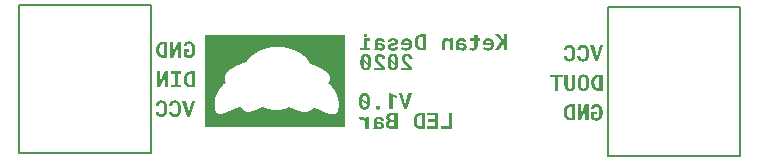
<source format=gbo>
G04*
G04 #@! TF.GenerationSoftware,Altium Limited,Altium Designer,20.1.12 (249)*
G04*
G04 Layer_Color=32896*
%FSLAX25Y25*%
%MOIN*%
G70*
G04*
G04 #@! TF.SameCoordinates,9F8D7EE4-A703-4B50-B93F-D04A273BC2B7*
G04*
G04*
G04 #@! TF.FilePolarity,Positive*
G04*
G01*
G75*
%ADD29C,0.00787*%
G36*
X116957Y41000D02*
Y40918D01*
Y40837D01*
Y40755D01*
Y40674D01*
Y40592D01*
Y40511D01*
Y40429D01*
Y40348D01*
Y40266D01*
Y40185D01*
Y40104D01*
Y40022D01*
Y39941D01*
Y39859D01*
Y39778D01*
Y39696D01*
Y39615D01*
Y39533D01*
Y39452D01*
Y39370D01*
Y39289D01*
Y39208D01*
Y39126D01*
Y39045D01*
Y38963D01*
Y38882D01*
Y38800D01*
Y38719D01*
Y38637D01*
Y38556D01*
Y38474D01*
Y38393D01*
Y38311D01*
Y38230D01*
Y38149D01*
Y38067D01*
Y37986D01*
Y37904D01*
Y37823D01*
Y37741D01*
Y37660D01*
Y37578D01*
Y37497D01*
Y37415D01*
Y37334D01*
Y37253D01*
Y37171D01*
Y37090D01*
Y37008D01*
Y36927D01*
Y36845D01*
Y36764D01*
Y36682D01*
Y36601D01*
Y36519D01*
Y36438D01*
Y36356D01*
Y36275D01*
Y36193D01*
Y36112D01*
Y36031D01*
Y35949D01*
Y35868D01*
Y35786D01*
Y35705D01*
Y35623D01*
Y35542D01*
Y35460D01*
Y35379D01*
Y35298D01*
Y35216D01*
Y35135D01*
Y35053D01*
Y34972D01*
Y34890D01*
Y34809D01*
Y34727D01*
Y34646D01*
Y34564D01*
Y34483D01*
Y34402D01*
Y34320D01*
Y34238D01*
Y34157D01*
Y34076D01*
Y33994D01*
Y33913D01*
Y33831D01*
Y33750D01*
Y33668D01*
Y33587D01*
Y33505D01*
Y33424D01*
Y33342D01*
Y33261D01*
Y33180D01*
Y33098D01*
Y33017D01*
Y32935D01*
Y32854D01*
Y32772D01*
Y32691D01*
Y32609D01*
Y32528D01*
Y32447D01*
Y32365D01*
Y32284D01*
Y32202D01*
Y32121D01*
Y32039D01*
Y31958D01*
Y31876D01*
Y31795D01*
Y31713D01*
Y31632D01*
Y31550D01*
Y31469D01*
Y31387D01*
Y31306D01*
Y31225D01*
Y31143D01*
Y31062D01*
Y30980D01*
Y30899D01*
Y30817D01*
Y30736D01*
Y30654D01*
Y30573D01*
Y30492D01*
Y30410D01*
Y30329D01*
Y30247D01*
Y30166D01*
Y30084D01*
Y30003D01*
Y29921D01*
Y29840D01*
Y29758D01*
Y29677D01*
Y29595D01*
Y29514D01*
Y29432D01*
Y29351D01*
Y29270D01*
Y29188D01*
Y29107D01*
Y29025D01*
Y28944D01*
Y28862D01*
Y28781D01*
Y28699D01*
Y28618D01*
Y28536D01*
Y28455D01*
Y28374D01*
Y28292D01*
Y28211D01*
Y28129D01*
Y28048D01*
Y27966D01*
Y27885D01*
Y27803D01*
Y27722D01*
Y27640D01*
Y27559D01*
Y27477D01*
Y27396D01*
Y27315D01*
Y27233D01*
Y27152D01*
Y27070D01*
Y26989D01*
Y26907D01*
Y26826D01*
Y26744D01*
Y26663D01*
Y26581D01*
Y26500D01*
Y26419D01*
Y26337D01*
Y26256D01*
Y26174D01*
Y26093D01*
Y26011D01*
Y25930D01*
Y25848D01*
Y25767D01*
Y25685D01*
Y25604D01*
Y25523D01*
Y25441D01*
Y25360D01*
Y25278D01*
Y25197D01*
Y25115D01*
Y25034D01*
Y24952D01*
Y24871D01*
Y24789D01*
Y24708D01*
Y24626D01*
Y24545D01*
Y24464D01*
Y24382D01*
Y24301D01*
Y24219D01*
Y24138D01*
Y24056D01*
Y23975D01*
Y23893D01*
Y23812D01*
Y23730D01*
Y23649D01*
Y23568D01*
Y23486D01*
Y23405D01*
Y23323D01*
Y23242D01*
Y23160D01*
Y23079D01*
Y22997D01*
Y22916D01*
Y22834D01*
Y22753D01*
Y22671D01*
Y22590D01*
Y22509D01*
Y22427D01*
Y22346D01*
Y22264D01*
Y22183D01*
Y22101D01*
Y22020D01*
Y21938D01*
Y21857D01*
Y21775D01*
Y21694D01*
Y21612D01*
Y21531D01*
Y21450D01*
Y21368D01*
Y21287D01*
Y21205D01*
Y21124D01*
Y21042D01*
Y20961D01*
Y20879D01*
Y20798D01*
Y20717D01*
Y20635D01*
Y20554D01*
Y20472D01*
Y20391D01*
Y20309D01*
Y20228D01*
Y20146D01*
Y20065D01*
Y19983D01*
Y19902D01*
Y19820D01*
Y19739D01*
Y19658D01*
Y19576D01*
Y19495D01*
Y19413D01*
Y19332D01*
Y19250D01*
Y19169D01*
Y19087D01*
Y19006D01*
Y18924D01*
Y18843D01*
Y18762D01*
Y18680D01*
Y18599D01*
Y18517D01*
Y18436D01*
Y18354D01*
Y18273D01*
Y18191D01*
Y18110D01*
Y18028D01*
Y17947D01*
Y17865D01*
Y17784D01*
Y17703D01*
Y17621D01*
Y17540D01*
Y17458D01*
Y17377D01*
Y17295D01*
Y17214D01*
Y17132D01*
Y17051D01*
Y16969D01*
Y16888D01*
Y16806D01*
Y16725D01*
Y16644D01*
Y16562D01*
Y16481D01*
Y16399D01*
Y16318D01*
Y16236D01*
Y16155D01*
Y16073D01*
Y15992D01*
Y15910D01*
Y15829D01*
Y15747D01*
Y15666D01*
Y15585D01*
Y15503D01*
Y15422D01*
Y15340D01*
Y15259D01*
Y15177D01*
Y15096D01*
Y15014D01*
Y14933D01*
Y14852D01*
Y14770D01*
Y14689D01*
Y14607D01*
Y14526D01*
Y14444D01*
Y14363D01*
Y14281D01*
Y14200D01*
Y14118D01*
Y14037D01*
Y13955D01*
Y13874D01*
Y13792D01*
Y13711D01*
Y13630D01*
Y13548D01*
Y13467D01*
Y13385D01*
Y13304D01*
Y13222D01*
Y13141D01*
Y13059D01*
Y12978D01*
Y12897D01*
Y12815D01*
Y12733D01*
Y12652D01*
Y12571D01*
Y12489D01*
Y12408D01*
Y12326D01*
Y12245D01*
Y12163D01*
Y12082D01*
Y12000D01*
Y11919D01*
Y11838D01*
Y11756D01*
Y11675D01*
Y11593D01*
Y11512D01*
Y11430D01*
Y11349D01*
Y11267D01*
Y11186D01*
Y11104D01*
Y11023D01*
Y10942D01*
Y10860D01*
Y10779D01*
Y10697D01*
Y10616D01*
Y10534D01*
Y10453D01*
Y10371D01*
Y10290D01*
X70281D01*
Y10371D01*
Y10453D01*
Y10534D01*
Y10616D01*
Y10697D01*
Y10779D01*
Y10860D01*
Y10942D01*
Y11023D01*
Y11104D01*
Y11186D01*
Y11267D01*
Y11349D01*
Y11430D01*
Y11512D01*
Y11593D01*
Y11675D01*
Y11756D01*
Y11838D01*
Y11919D01*
Y12000D01*
Y12082D01*
Y12163D01*
Y12245D01*
Y12326D01*
Y12408D01*
Y12489D01*
Y12571D01*
Y12652D01*
Y12733D01*
Y12815D01*
Y12897D01*
Y12978D01*
Y13059D01*
Y13141D01*
Y13222D01*
Y13304D01*
Y13385D01*
Y13467D01*
Y13548D01*
Y13630D01*
Y13711D01*
Y13792D01*
Y13874D01*
Y13955D01*
Y14037D01*
Y14118D01*
Y14200D01*
Y14281D01*
Y14363D01*
Y14444D01*
Y14526D01*
Y14607D01*
Y14689D01*
Y14770D01*
Y14852D01*
Y14933D01*
Y15014D01*
Y15096D01*
Y15177D01*
Y15259D01*
Y15340D01*
Y15422D01*
Y15503D01*
Y15585D01*
Y15666D01*
Y15747D01*
Y15829D01*
Y15910D01*
Y15992D01*
Y16073D01*
Y16155D01*
Y16236D01*
Y16318D01*
Y16399D01*
Y16481D01*
Y16562D01*
Y16644D01*
Y16725D01*
Y16806D01*
Y16888D01*
Y16969D01*
Y17051D01*
Y17132D01*
Y17214D01*
Y17295D01*
Y17377D01*
Y17458D01*
Y17540D01*
Y17621D01*
Y17703D01*
Y17784D01*
Y17865D01*
Y17947D01*
Y18028D01*
Y18110D01*
Y18191D01*
Y18273D01*
Y18354D01*
Y18436D01*
Y18517D01*
Y18599D01*
Y18680D01*
Y18762D01*
Y18843D01*
Y18924D01*
Y19006D01*
Y19087D01*
Y19169D01*
Y19250D01*
Y19332D01*
Y19413D01*
Y19495D01*
Y19576D01*
Y19658D01*
Y19739D01*
Y19820D01*
Y19902D01*
Y19983D01*
Y20065D01*
Y20146D01*
Y20228D01*
Y20309D01*
Y20391D01*
Y20472D01*
Y20554D01*
Y20635D01*
Y20717D01*
Y20798D01*
Y20879D01*
Y20961D01*
Y21042D01*
Y21124D01*
Y21205D01*
Y21287D01*
Y21368D01*
Y21450D01*
Y21531D01*
Y21612D01*
Y21694D01*
Y21775D01*
Y21857D01*
Y21938D01*
Y22020D01*
Y22101D01*
Y22183D01*
Y22264D01*
Y22346D01*
Y22427D01*
Y22509D01*
Y22590D01*
Y22671D01*
Y22753D01*
Y22834D01*
Y22916D01*
Y22997D01*
Y23079D01*
Y23160D01*
Y23242D01*
Y23323D01*
Y23405D01*
Y23486D01*
Y23568D01*
Y23649D01*
Y23730D01*
Y23812D01*
Y23893D01*
Y23975D01*
Y24056D01*
Y24138D01*
Y24219D01*
Y24301D01*
Y24382D01*
Y24464D01*
Y24545D01*
Y24626D01*
Y24708D01*
Y24789D01*
Y24871D01*
Y24952D01*
Y25034D01*
Y25115D01*
Y25197D01*
Y25278D01*
Y25360D01*
Y25441D01*
Y25523D01*
Y25604D01*
Y25685D01*
Y25767D01*
Y25848D01*
Y25930D01*
Y26011D01*
Y26093D01*
Y26174D01*
Y26256D01*
Y26337D01*
Y26419D01*
Y26500D01*
Y26581D01*
Y26663D01*
Y26744D01*
Y26826D01*
Y26907D01*
Y26989D01*
Y27070D01*
Y27152D01*
Y27233D01*
Y27315D01*
Y27396D01*
Y27477D01*
Y27559D01*
Y27640D01*
Y27722D01*
Y27803D01*
Y27885D01*
Y27966D01*
Y28048D01*
Y28129D01*
Y28211D01*
Y28292D01*
Y28374D01*
Y28455D01*
Y28536D01*
Y28618D01*
Y28699D01*
Y28781D01*
Y28862D01*
Y28944D01*
Y29025D01*
Y29107D01*
Y29188D01*
Y29270D01*
Y29351D01*
Y29432D01*
Y29514D01*
Y29595D01*
Y29677D01*
Y29758D01*
Y29840D01*
Y29921D01*
Y30003D01*
Y30084D01*
Y30166D01*
Y30247D01*
Y30329D01*
Y30410D01*
Y30492D01*
Y30573D01*
Y30654D01*
Y30736D01*
Y30817D01*
Y30899D01*
Y30980D01*
Y31062D01*
Y31143D01*
Y31225D01*
Y31306D01*
Y31387D01*
Y31469D01*
Y31550D01*
Y31632D01*
Y31713D01*
Y31795D01*
Y31876D01*
Y31958D01*
Y32039D01*
Y32121D01*
Y32202D01*
Y32284D01*
Y32365D01*
Y32447D01*
Y32528D01*
Y32609D01*
Y32691D01*
Y32772D01*
Y32854D01*
Y32935D01*
Y33017D01*
Y33098D01*
Y33180D01*
Y33261D01*
Y33342D01*
Y33424D01*
Y33505D01*
Y33587D01*
Y33668D01*
Y33750D01*
Y33831D01*
Y33913D01*
Y33994D01*
Y34076D01*
Y34157D01*
Y34238D01*
Y34320D01*
Y34402D01*
Y34483D01*
Y34564D01*
Y34646D01*
Y34727D01*
Y34809D01*
Y34890D01*
Y34972D01*
Y35053D01*
Y35135D01*
Y35216D01*
Y35298D01*
Y35379D01*
Y35460D01*
Y35542D01*
Y35623D01*
Y35705D01*
Y35786D01*
Y35868D01*
Y35949D01*
Y36031D01*
Y36112D01*
Y36193D01*
Y36275D01*
Y36356D01*
Y36438D01*
Y36519D01*
Y36601D01*
Y36682D01*
Y36764D01*
Y36845D01*
Y36927D01*
Y37008D01*
Y37090D01*
Y37171D01*
Y37253D01*
Y37334D01*
Y37415D01*
Y37497D01*
Y37578D01*
Y37660D01*
Y37741D01*
Y37823D01*
Y37904D01*
Y37986D01*
Y38067D01*
Y38149D01*
Y38230D01*
Y38311D01*
Y38393D01*
Y38474D01*
Y38556D01*
Y38637D01*
Y38719D01*
Y38800D01*
Y38882D01*
Y38963D01*
Y39045D01*
Y39126D01*
Y39208D01*
Y39289D01*
Y39370D01*
Y39452D01*
Y39533D01*
Y39615D01*
Y39696D01*
Y39778D01*
Y39859D01*
Y39941D01*
Y40022D01*
Y40104D01*
Y40185D01*
Y40266D01*
Y40348D01*
Y40429D01*
Y40511D01*
Y40592D01*
Y40674D01*
Y40755D01*
Y40837D01*
Y40918D01*
Y41000D01*
Y41081D01*
X116957D01*
Y41000D01*
D02*
G37*
G36*
X65301Y13853D02*
X64247D01*
X62609Y19237D01*
X63756D01*
X64774Y15352D01*
X65782Y19237D01*
X66929D01*
X65301Y13853D01*
D02*
G37*
G36*
X60380Y19302D02*
X60537Y19283D01*
X60676Y19255D01*
X60806Y19228D01*
X60907Y19191D01*
X60981Y19163D01*
X61028Y19144D01*
X61046Y19135D01*
X61176Y19061D01*
X61296Y18987D01*
X61407Y18904D01*
X61499Y18821D01*
X61573Y18747D01*
X61629Y18691D01*
X61666Y18654D01*
X61675Y18636D01*
X61768Y18516D01*
X61842Y18386D01*
X61916Y18257D01*
X61971Y18136D01*
X62017Y18034D01*
X62045Y17951D01*
X62064Y17896D01*
X62073Y17887D01*
Y17877D01*
X62119Y17711D01*
X62156Y17535D01*
X62175Y17368D01*
X62193Y17221D01*
X62202Y17091D01*
X62212Y16989D01*
Y16952D01*
Y16925D01*
Y16906D01*
Y16897D01*
Y16175D01*
X62202Y15981D01*
X62193Y15796D01*
X62175Y15630D01*
X62147Y15482D01*
X62119Y15361D01*
X62101Y15269D01*
X62091Y15241D01*
Y15213D01*
X62082Y15204D01*
Y15195D01*
X62027Y15037D01*
X61962Y14889D01*
X61897Y14760D01*
X61832Y14649D01*
X61777Y14557D01*
X61731Y14492D01*
X61703Y14455D01*
X61694Y14436D01*
X61592Y14325D01*
X61490Y14223D01*
X61388Y14140D01*
X61287Y14075D01*
X61203Y14020D01*
X61139Y13983D01*
X61092Y13955D01*
X61074Y13946D01*
X60935Y13891D01*
X60787Y13853D01*
X60639Y13816D01*
X60510Y13798D01*
X60399Y13789D01*
X60306Y13780D01*
X60223D01*
X60066Y13789D01*
X59927Y13798D01*
X59797Y13816D01*
X59686Y13844D01*
X59585Y13863D01*
X59520Y13881D01*
X59474Y13891D01*
X59455Y13900D01*
X59326Y13946D01*
X59215Y14002D01*
X59113Y14057D01*
X59020Y14112D01*
X58956Y14168D01*
X58900Y14205D01*
X58863Y14233D01*
X58854Y14242D01*
X58761Y14334D01*
X58687Y14427D01*
X58613Y14520D01*
X58558Y14603D01*
X58512Y14686D01*
X58484Y14741D01*
X58465Y14778D01*
X58456Y14797D01*
X58410Y14927D01*
X58364Y15056D01*
X58336Y15176D01*
X58308Y15296D01*
X58299Y15389D01*
X58290Y15472D01*
X58280Y15518D01*
Y15537D01*
X59316D01*
X59335Y15371D01*
X59372Y15223D01*
X59409Y15102D01*
X59464Y15000D01*
X59511Y14927D01*
X59548Y14871D01*
X59575Y14843D01*
X59585Y14834D01*
X59677Y14760D01*
X59779Y14714D01*
X59890Y14677D01*
X59992Y14649D01*
X60084Y14630D01*
X60158Y14621D01*
X60223D01*
X60389Y14640D01*
X60537Y14677D01*
X60667Y14741D01*
X60759Y14816D01*
X60843Y14880D01*
X60889Y14945D01*
X60926Y14982D01*
X60935Y15000D01*
X60972Y15075D01*
X61009Y15158D01*
X61065Y15343D01*
X61102Y15537D01*
X61129Y15731D01*
X61148Y15907D01*
Y15981D01*
X61157Y16046D01*
Y16101D01*
Y16138D01*
Y16166D01*
Y16175D01*
Y16906D01*
Y17045D01*
X61148Y17165D01*
X61139Y17276D01*
X61129Y17378D01*
X61120Y17452D01*
X61111Y17516D01*
X61102Y17553D01*
Y17563D01*
X61074Y17664D01*
X61055Y17766D01*
X61028Y17850D01*
X61000Y17923D01*
X60972Y17979D01*
X60954Y18016D01*
X60935Y18044D01*
Y18053D01*
X60889Y18127D01*
X60833Y18182D01*
X60787Y18238D01*
X60741Y18284D01*
X60704Y18312D01*
X60667Y18340D01*
X60648Y18358D01*
X60639D01*
X60565Y18395D01*
X60491Y18423D01*
X60352Y18460D01*
X60297D01*
X60251Y18469D01*
X60214D01*
X60056Y18460D01*
X59992Y18451D01*
X59936Y18441D01*
X59890Y18423D01*
X59853Y18414D01*
X59834Y18405D01*
X59825D01*
X59714Y18349D01*
X59622Y18284D01*
X59566Y18238D01*
X59557Y18229D01*
X59548Y18219D01*
X59474Y18118D01*
X59418Y18025D01*
X59400Y17979D01*
X59390Y17942D01*
X59381Y17923D01*
Y17914D01*
X59344Y17775D01*
X59326Y17637D01*
X59316Y17581D01*
X59307Y17535D01*
Y17507D01*
Y17498D01*
X58271D01*
X58290Y17655D01*
X58317Y17794D01*
X58345Y17923D01*
X58373Y18034D01*
X58410Y18127D01*
X58428Y18201D01*
X58447Y18238D01*
X58456Y18257D01*
X58512Y18377D01*
X58576Y18488D01*
X58641Y18589D01*
X58706Y18673D01*
X58761Y18737D01*
X58808Y18793D01*
X58835Y18821D01*
X58845Y18830D01*
X58937Y18913D01*
X59039Y18987D01*
X59131Y19043D01*
X59224Y19089D01*
X59307Y19135D01*
X59372Y19163D01*
X59409Y19172D01*
X59427Y19182D01*
X59557Y19228D01*
X59696Y19255D01*
X59825Y19283D01*
X59945Y19293D01*
X60056Y19302D01*
X60140Y19311D01*
X60214D01*
X60380Y19302D01*
D02*
G37*
G36*
X55838D02*
X55996Y19283D01*
X56134Y19255D01*
X56264Y19228D01*
X56366Y19191D01*
X56440Y19163D01*
X56486Y19144D01*
X56504Y19135D01*
X56634Y19061D01*
X56754Y18987D01*
X56865Y18904D01*
X56958Y18821D01*
X57032Y18747D01*
X57087Y18691D01*
X57124Y18654D01*
X57133Y18636D01*
X57226Y18516D01*
X57300Y18386D01*
X57374Y18257D01*
X57429Y18136D01*
X57476Y18034D01*
X57503Y17951D01*
X57522Y17896D01*
X57531Y17887D01*
Y17877D01*
X57577Y17711D01*
X57614Y17535D01*
X57633Y17368D01*
X57651Y17221D01*
X57661Y17091D01*
X57670Y16989D01*
Y16952D01*
Y16925D01*
Y16906D01*
Y16897D01*
Y16175D01*
X57661Y15981D01*
X57651Y15796D01*
X57633Y15630D01*
X57605Y15482D01*
X57577Y15361D01*
X57559Y15269D01*
X57550Y15241D01*
Y15213D01*
X57540Y15204D01*
Y15195D01*
X57485Y15037D01*
X57420Y14889D01*
X57355Y14760D01*
X57291Y14649D01*
X57235Y14557D01*
X57189Y14492D01*
X57161Y14455D01*
X57152Y14436D01*
X57050Y14325D01*
X56948Y14223D01*
X56847Y14140D01*
X56745Y14075D01*
X56662Y14020D01*
X56597Y13983D01*
X56551Y13955D01*
X56532Y13946D01*
X56393Y13891D01*
X56245Y13853D01*
X56097Y13816D01*
X55968Y13798D01*
X55857Y13789D01*
X55764Y13780D01*
X55681D01*
X55524Y13789D01*
X55385Y13798D01*
X55256Y13816D01*
X55145Y13844D01*
X55043Y13863D01*
X54978Y13881D01*
X54932Y13891D01*
X54913Y13900D01*
X54784Y13946D01*
X54673Y14002D01*
X54571Y14057D01*
X54479Y14112D01*
X54414Y14168D01*
X54358Y14205D01*
X54321Y14233D01*
X54312Y14242D01*
X54220Y14334D01*
X54146Y14427D01*
X54072Y14520D01*
X54016Y14603D01*
X53970Y14686D01*
X53942Y14741D01*
X53924Y14778D01*
X53914Y14797D01*
X53868Y14927D01*
X53822Y15056D01*
X53794Y15176D01*
X53766Y15296D01*
X53757Y15389D01*
X53748Y15472D01*
X53739Y15518D01*
Y15537D01*
X54775D01*
X54793Y15371D01*
X54830Y15223D01*
X54867Y15102D01*
X54923Y15000D01*
X54969Y14927D01*
X55006Y14871D01*
X55034Y14843D01*
X55043Y14834D01*
X55135Y14760D01*
X55237Y14714D01*
X55348Y14677D01*
X55450Y14649D01*
X55542Y14630D01*
X55616Y14621D01*
X55681D01*
X55848Y14640D01*
X55996Y14677D01*
X56125Y14741D01*
X56218Y14816D01*
X56301Y14880D01*
X56347Y14945D01*
X56384Y14982D01*
X56393Y15000D01*
X56430Y15075D01*
X56467Y15158D01*
X56523Y15343D01*
X56560Y15537D01*
X56588Y15731D01*
X56606Y15907D01*
Y15981D01*
X56615Y16046D01*
Y16101D01*
Y16138D01*
Y16166D01*
Y16175D01*
Y16906D01*
Y17045D01*
X56606Y17165D01*
X56597Y17276D01*
X56588Y17378D01*
X56578Y17452D01*
X56569Y17516D01*
X56560Y17553D01*
Y17563D01*
X56532Y17664D01*
X56514Y17766D01*
X56486Y17850D01*
X56458Y17923D01*
X56430Y17979D01*
X56412Y18016D01*
X56393Y18044D01*
Y18053D01*
X56347Y18127D01*
X56292Y18182D01*
X56245Y18238D01*
X56199Y18284D01*
X56162Y18312D01*
X56125Y18340D01*
X56107Y18358D01*
X56097D01*
X56023Y18395D01*
X55949Y18423D01*
X55811Y18460D01*
X55755D01*
X55709Y18469D01*
X55672D01*
X55515Y18460D01*
X55450Y18451D01*
X55394Y18441D01*
X55348Y18423D01*
X55311Y18414D01*
X55293Y18405D01*
X55283D01*
X55172Y18349D01*
X55080Y18284D01*
X55024Y18238D01*
X55015Y18229D01*
X55006Y18219D01*
X54932Y18118D01*
X54876Y18025D01*
X54858Y17979D01*
X54849Y17942D01*
X54839Y17923D01*
Y17914D01*
X54802Y17775D01*
X54784Y17637D01*
X54775Y17581D01*
X54765Y17535D01*
Y17507D01*
Y17498D01*
X53729D01*
X53748Y17655D01*
X53776Y17794D01*
X53803Y17923D01*
X53831Y18034D01*
X53868Y18127D01*
X53887Y18201D01*
X53905Y18238D01*
X53914Y18257D01*
X53970Y18377D01*
X54035Y18488D01*
X54099Y18589D01*
X54164Y18673D01*
X54220Y18737D01*
X54266Y18793D01*
X54294Y18821D01*
X54303Y18830D01*
X54395Y18913D01*
X54497Y18987D01*
X54590Y19043D01*
X54682Y19089D01*
X54765Y19135D01*
X54830Y19163D01*
X54867Y19172D01*
X54886Y19182D01*
X55015Y19228D01*
X55154Y19255D01*
X55283Y19283D01*
X55404Y19293D01*
X55515Y19302D01*
X55598Y19311D01*
X55672D01*
X55838Y19302D01*
D02*
G37*
G36*
X62258Y33539D02*
X61213D01*
Y37007D01*
X59714Y33539D01*
X58678D01*
Y38922D01*
X59723D01*
Y35463D01*
X61213Y38922D01*
X62258D01*
Y33539D01*
D02*
G37*
G36*
X65125Y38987D02*
X65273Y38968D01*
X65403Y38941D01*
X65523Y38913D01*
X65616Y38885D01*
X65690Y38857D01*
X65736Y38839D01*
X65754Y38830D01*
X65884Y38765D01*
X65995Y38691D01*
X66106Y38608D01*
X66198Y38534D01*
X66272Y38469D01*
X66328Y38413D01*
X66365Y38376D01*
X66374Y38358D01*
X66467Y38238D01*
X66550Y38108D01*
X66624Y37979D01*
X66679Y37858D01*
X66726Y37757D01*
X66763Y37673D01*
X66781Y37618D01*
X66790Y37609D01*
Y37599D01*
X66837Y37433D01*
X66874Y37257D01*
X66901Y37081D01*
X66920Y36933D01*
X66929Y36795D01*
X66938Y36684D01*
Y36647D01*
Y36619D01*
Y36600D01*
Y36591D01*
Y35860D01*
X66929Y35657D01*
X66920Y35463D01*
X66892Y35287D01*
X66864Y35139D01*
X66846Y35009D01*
X66818Y34926D01*
X66809Y34889D01*
Y34861D01*
X66800Y34852D01*
Y34843D01*
X66735Y34686D01*
X66670Y34538D01*
X66605Y34408D01*
X66541Y34306D01*
X66485Y34214D01*
X66439Y34149D01*
X66402Y34112D01*
X66393Y34094D01*
X66291Y33983D01*
X66180Y33890D01*
X66069Y33807D01*
X65976Y33742D01*
X65884Y33687D01*
X65819Y33650D01*
X65773Y33631D01*
X65754Y33622D01*
X65616Y33566D01*
X65468Y33529D01*
X65329Y33502D01*
X65199Y33483D01*
X65098Y33474D01*
X65005Y33465D01*
X64802D01*
X64691Y33474D01*
X64580Y33483D01*
X64487Y33502D01*
X64404Y33511D01*
X64348Y33520D01*
X64302Y33529D01*
X64293D01*
X64182Y33548D01*
X64080Y33576D01*
X63997Y33603D01*
X63914Y33631D01*
X63849Y33650D01*
X63803Y33668D01*
X63766Y33687D01*
X63756D01*
X63590Y33761D01*
X63525Y33798D01*
X63460Y33835D01*
X63414Y33862D01*
X63377Y33890D01*
X63359Y33899D01*
X63349Y33909D01*
X63229Y34001D01*
X63146Y34084D01*
X63090Y34140D01*
X63072Y34149D01*
Y34158D01*
Y36286D01*
X65005D01*
Y35509D01*
X64108D01*
X64117Y34528D01*
X64154Y34491D01*
X64191Y34464D01*
X64219Y34445D01*
X64237Y34436D01*
X64293Y34408D01*
X64358Y34390D01*
X64404Y34371D01*
X64413Y34362D01*
X64422D01*
X64496Y34343D01*
X64570Y34325D01*
X64626Y34316D01*
X64644D01*
X64728Y34306D01*
X64802Y34297D01*
X64876D01*
X64968Y34306D01*
X65061Y34316D01*
X65218Y34362D01*
X65347Y34427D01*
X65449Y34501D01*
X65532Y34565D01*
X65597Y34630D01*
X65634Y34676D01*
X65643Y34695D01*
X65727Y34861D01*
X65782Y35046D01*
X65828Y35241D01*
X65856Y35435D01*
X65875Y35601D01*
X65884Y35675D01*
Y35740D01*
X65893Y35786D01*
Y35823D01*
Y35851D01*
Y35860D01*
Y36600D01*
Y36739D01*
X65884Y36869D01*
X65865Y36980D01*
X65856Y37072D01*
X65838Y37155D01*
X65828Y37220D01*
X65819Y37257D01*
Y37266D01*
X65791Y37368D01*
X65754Y37470D01*
X65717Y37553D01*
X65690Y37627D01*
X65662Y37683D01*
X65634Y37720D01*
X65625Y37747D01*
X65616Y37757D01*
X65514Y37886D01*
X65421Y37979D01*
X65375Y38006D01*
X65347Y38034D01*
X65329Y38053D01*
X65320D01*
X65255Y38090D01*
X65190Y38108D01*
X65070Y38145D01*
X65024D01*
X64987Y38154D01*
X64950D01*
X64802Y38145D01*
X64681Y38117D01*
X64570Y38090D01*
X64487Y38053D01*
X64422Y38006D01*
X64376Y37979D01*
X64348Y37951D01*
X64339Y37942D01*
X64265Y37858D01*
X64210Y37757D01*
X64173Y37655D01*
X64136Y37553D01*
X64117Y37461D01*
X64099Y37387D01*
X64089Y37340D01*
Y37331D01*
Y37322D01*
X63072D01*
X63090Y37461D01*
X63118Y37590D01*
X63146Y37710D01*
X63174Y37812D01*
X63201Y37895D01*
X63229Y37960D01*
X63238Y38006D01*
X63248Y38016D01*
X63303Y38127D01*
X63359Y38228D01*
X63414Y38321D01*
X63479Y38395D01*
X63525Y38460D01*
X63571Y38506D01*
X63599Y38534D01*
X63608Y38543D01*
X63701Y38617D01*
X63793Y38691D01*
X63895Y38746D01*
X63978Y38793D01*
X64062Y38830D01*
X64126Y38857D01*
X64163Y38867D01*
X64182Y38876D01*
X64311Y38913D01*
X64450Y38950D01*
X64580Y38968D01*
X64709Y38978D01*
X64820Y38987D01*
X64903Y38996D01*
X64977D01*
X65125Y38987D01*
D02*
G37*
G36*
X57716Y33539D02*
X56264D01*
X56079Y33548D01*
X55903Y33566D01*
X55746Y33594D01*
X55607Y33631D01*
X55487Y33659D01*
X55404Y33687D01*
X55348Y33705D01*
X55330Y33714D01*
X55172Y33788D01*
X55034Y33872D01*
X54913Y33955D01*
X54802Y34038D01*
X54719Y34112D01*
X54654Y34168D01*
X54608Y34205D01*
X54599Y34223D01*
X54488Y34353D01*
X54395Y34482D01*
X54312Y34612D01*
X54247Y34732D01*
X54192Y34843D01*
X54155Y34926D01*
X54136Y34982D01*
X54127Y34991D01*
Y35000D01*
X54072Y35176D01*
X54035Y35352D01*
X53998Y35518D01*
X53979Y35666D01*
X53970Y35805D01*
X53961Y35907D01*
Y35944D01*
Y35971D01*
Y35990D01*
Y35999D01*
Y36443D01*
X53970Y36647D01*
X53988Y36832D01*
X54016Y36998D01*
X54044Y37146D01*
X54072Y37266D01*
X54099Y37359D01*
X54109Y37396D01*
X54118Y37424D01*
X54127Y37433D01*
Y37442D01*
X54192Y37609D01*
X54275Y37757D01*
X54349Y37886D01*
X54432Y37997D01*
X54497Y38090D01*
X54553Y38164D01*
X54590Y38201D01*
X54608Y38219D01*
X54728Y38339D01*
X54849Y38441D01*
X54978Y38534D01*
X55089Y38608D01*
X55191Y38663D01*
X55274Y38700D01*
X55330Y38728D01*
X55339Y38737D01*
X55348D01*
X55515Y38802D01*
X55681Y38848D01*
X55848Y38876D01*
X55996Y38904D01*
X56125Y38913D01*
X56227Y38922D01*
X57716D01*
Y33539D01*
D02*
G37*
G36*
X57855Y23622D02*
X56810D01*
Y27091D01*
X55311Y23622D01*
X54275D01*
Y29006D01*
X55320D01*
Y25546D01*
X56810Y29006D01*
X57855D01*
Y23622D01*
D02*
G37*
G36*
X66938D02*
X65486D01*
X65301Y23631D01*
X65125Y23650D01*
X64968Y23677D01*
X64829Y23715D01*
X64709Y23742D01*
X64626Y23770D01*
X64570Y23789D01*
X64552Y23798D01*
X64395Y23872D01*
X64256Y23955D01*
X64136Y24038D01*
X64025Y24122D01*
X63941Y24196D01*
X63877Y24251D01*
X63830Y24288D01*
X63821Y24306D01*
X63710Y24436D01*
X63618Y24566D01*
X63534Y24695D01*
X63470Y24815D01*
X63414Y24926D01*
X63377Y25010D01*
X63359Y25065D01*
X63349Y25074D01*
Y25084D01*
X63294Y25259D01*
X63257Y25435D01*
X63220Y25602D01*
X63201Y25749D01*
X63192Y25888D01*
X63183Y25990D01*
Y26027D01*
Y26055D01*
Y26073D01*
Y26083D01*
Y26526D01*
X63192Y26730D01*
X63211Y26915D01*
X63238Y27082D01*
X63266Y27230D01*
X63294Y27350D01*
X63322Y27442D01*
X63331Y27479D01*
X63340Y27507D01*
X63349Y27516D01*
Y27525D01*
X63414Y27692D01*
X63497Y27840D01*
X63571Y27970D01*
X63655Y28080D01*
X63719Y28173D01*
X63775Y28247D01*
X63812Y28284D01*
X63830Y28303D01*
X63951Y28423D01*
X64071Y28525D01*
X64200Y28617D01*
X64311Y28691D01*
X64413Y28747D01*
X64496Y28784D01*
X64552Y28811D01*
X64561Y28820D01*
X64570D01*
X64737Y28885D01*
X64903Y28931D01*
X65070Y28959D01*
X65218Y28987D01*
X65347Y28996D01*
X65449Y29006D01*
X66938D01*
Y23622D01*
D02*
G37*
G36*
X62138Y28164D02*
X61120D01*
Y24455D01*
X62138D01*
Y23622D01*
X59030D01*
Y24455D01*
X60075D01*
Y28164D01*
X59030D01*
Y29006D01*
X62138D01*
Y28164D01*
D02*
G37*
G36*
X134123Y20856D02*
Y19959D01*
X132763Y20449D01*
Y16323D01*
X131727D01*
Y21707D01*
X131782D01*
X134123Y20856D01*
D02*
G37*
G36*
X137564Y16323D02*
X136509D01*
X134872Y21707D01*
X136019D01*
X137036Y17822D01*
X138045Y21707D01*
X139191D01*
X137564Y16323D01*
D02*
G37*
G36*
X128073Y17581D02*
X128165Y17563D01*
X128202Y17554D01*
X128221Y17544D01*
X128240Y17535D01*
X128249D01*
X128341Y17498D01*
X128406Y17452D01*
X128452Y17415D01*
X128471Y17396D01*
X128535Y17322D01*
X128582Y17248D01*
X128610Y17193D01*
X128619Y17184D01*
Y17174D01*
X128647Y17082D01*
X128656Y16999D01*
X128665Y16962D01*
Y16943D01*
Y16925D01*
Y16915D01*
X128656Y16814D01*
X128637Y16730D01*
Y16693D01*
X128628Y16666D01*
X128619Y16656D01*
Y16647D01*
X128572Y16564D01*
X128526Y16499D01*
X128489Y16453D01*
X128471Y16434D01*
X128397Y16379D01*
X128323Y16342D01*
X128267Y16314D01*
X128258Y16305D01*
X128249D01*
X128147Y16277D01*
X128054Y16259D01*
X128008Y16249D01*
X127953D01*
X127832Y16259D01*
X127740Y16277D01*
X127703Y16286D01*
X127675Y16296D01*
X127666Y16305D01*
X127657D01*
X127564Y16342D01*
X127490Y16388D01*
X127444Y16425D01*
X127426Y16434D01*
X127361Y16508D01*
X127324Y16573D01*
X127296Y16629D01*
X127287Y16638D01*
Y16647D01*
X127250Y16740D01*
X127241Y16832D01*
X127231Y16869D01*
Y16888D01*
Y16906D01*
Y16915D01*
X127241Y17017D01*
X127259Y17100D01*
X127278Y17156D01*
X127287Y17165D01*
Y17174D01*
X127324Y17267D01*
X127370Y17332D01*
X127407Y17378D01*
X127426Y17396D01*
X127499Y17461D01*
X127574Y17498D01*
X127629Y17526D01*
X127647Y17535D01*
X127657D01*
X127759Y17572D01*
X127851Y17581D01*
X127897Y17591D01*
X127953D01*
X128073Y17581D01*
D02*
G37*
G36*
X123559Y21772D02*
X123698Y21762D01*
X123818Y21735D01*
X123929Y21716D01*
X124021Y21688D01*
X124086Y21661D01*
X124123Y21651D01*
X124142Y21642D01*
X124262Y21587D01*
X124364Y21522D01*
X124456Y21457D01*
X124539Y21392D01*
X124604Y21337D01*
X124660Y21291D01*
X124688Y21254D01*
X124697Y21244D01*
X124771Y21143D01*
X124845Y21032D01*
X124900Y20921D01*
X124946Y20810D01*
X124993Y20717D01*
X125021Y20643D01*
X125030Y20597D01*
X125039Y20588D01*
Y20578D01*
X125076Y20421D01*
X125104Y20264D01*
X125131Y20107D01*
X125141Y19968D01*
X125150Y19838D01*
X125159Y19746D01*
Y19709D01*
Y19681D01*
Y19663D01*
Y19653D01*
Y18368D01*
X125150Y18183D01*
X125141Y18007D01*
X125122Y17850D01*
X125094Y17720D01*
X125076Y17609D01*
X125057Y17526D01*
X125048Y17470D01*
X125039Y17461D01*
Y17452D01*
X124984Y17313D01*
X124928Y17184D01*
X124873Y17063D01*
X124817Y16971D01*
X124761Y16888D01*
X124724Y16832D01*
X124697Y16795D01*
X124688Y16786D01*
X124595Y16693D01*
X124503Y16610D01*
X124410Y16536D01*
X124327Y16481D01*
X124243Y16434D01*
X124188Y16407D01*
X124151Y16388D01*
X124133Y16379D01*
X124012Y16333D01*
X123883Y16305D01*
X123763Y16277D01*
X123642Y16268D01*
X123550Y16259D01*
X123467Y16249D01*
X123402D01*
X123254Y16259D01*
X123115Y16268D01*
X122995Y16286D01*
X122884Y16314D01*
X122791Y16342D01*
X122727Y16360D01*
X122689Y16370D01*
X122671Y16379D01*
X122551Y16434D01*
X122449Y16499D01*
X122356Y16573D01*
X122273Y16638D01*
X122208Y16693D01*
X122162Y16740D01*
X122134Y16777D01*
X122125Y16786D01*
X122042Y16888D01*
X121968Y17008D01*
X121913Y17119D01*
X121866Y17221D01*
X121820Y17313D01*
X121792Y17387D01*
X121783Y17433D01*
X121774Y17452D01*
X121737Y17609D01*
X121700Y17766D01*
X121681Y17914D01*
X121672Y18062D01*
X121663Y18183D01*
X121653Y18284D01*
Y18321D01*
Y18349D01*
Y18358D01*
Y18368D01*
Y19653D01*
X121663Y19848D01*
X121672Y20023D01*
X121690Y20181D01*
X121709Y20310D01*
X121737Y20421D01*
X121755Y20504D01*
X121765Y20560D01*
X121774Y20578D01*
X121820Y20717D01*
X121876Y20847D01*
X121940Y20967D01*
X121996Y21059D01*
X122042Y21143D01*
X122088Y21198D01*
X122116Y21235D01*
X122125Y21244D01*
X122218Y21337D01*
X122310Y21420D01*
X122403Y21485D01*
X122486Y21540D01*
X122569Y21587D01*
X122625Y21614D01*
X122662Y21633D01*
X122680Y21642D01*
X122801Y21688D01*
X122930Y21725D01*
X123050Y21744D01*
X123170Y21762D01*
X123263Y21772D01*
X123346Y21781D01*
X123411D01*
X123559Y21772D01*
D02*
G37*
G36*
X128434Y13841D02*
X128554Y13831D01*
X128665Y13813D01*
X128748Y13794D01*
X128813Y13776D01*
X128850Y13767D01*
X128868Y13757D01*
X128980Y13720D01*
X129081Y13674D01*
X129174Y13628D01*
X129257Y13582D01*
X129322Y13545D01*
X129368Y13508D01*
X129396Y13489D01*
X129405Y13480D01*
X129479Y13415D01*
X129544Y13350D01*
X129599Y13286D01*
X129646Y13221D01*
X129683Y13165D01*
X129710Y13119D01*
X129719Y13091D01*
X129729Y13082D01*
X129766Y12999D01*
X129794Y12906D01*
X129812Y12823D01*
X129821Y12749D01*
X129831Y12684D01*
X129840Y12638D01*
Y12601D01*
Y12592D01*
X128813D01*
X128804Y12675D01*
X128795Y12749D01*
X128767Y12805D01*
X128739Y12860D01*
X128720Y12897D01*
X128693Y12925D01*
X128683Y12943D01*
X128674Y12953D01*
X128610Y12999D01*
X128535Y13036D01*
X128462Y13054D01*
X128387Y13073D01*
X128323Y13082D01*
X128267Y13091D01*
X128212D01*
X128082Y13082D01*
X127971Y13064D01*
X127879Y13036D01*
X127805Y13008D01*
X127740Y12980D01*
X127703Y12953D01*
X127675Y12934D01*
X127666Y12925D01*
X127601Y12860D01*
X127555Y12786D01*
X127518Y12703D01*
X127499Y12629D01*
X127481Y12564D01*
X127472Y12509D01*
Y12472D01*
Y12462D01*
Y12231D01*
X128212D01*
X128378Y12213D01*
X128526Y12203D01*
X128665Y12176D01*
X128795Y12148D01*
X128905Y12120D01*
X129016Y12092D01*
X129109Y12055D01*
X129192Y12018D01*
X129257Y11991D01*
X129322Y11963D01*
X129368Y11935D01*
X129414Y11917D01*
X129442Y11898D01*
X129451Y11880D01*
X129461D01*
X129544Y11815D01*
X129618Y11741D01*
X129683Y11667D01*
X129729Y11584D01*
X129821Y11426D01*
X129877Y11269D01*
X129904Y11121D01*
X129914Y11066D01*
X129923Y11010D01*
X129932Y10973D01*
Y10936D01*
Y10918D01*
Y10908D01*
X129923Y10816D01*
X129914Y10723D01*
X129895Y10640D01*
X129877Y10575D01*
X129858Y10511D01*
X129849Y10464D01*
X129831Y10437D01*
Y10427D01*
X129738Y10279D01*
X129692Y10215D01*
X129636Y10159D01*
X129599Y10113D01*
X129562Y10076D01*
X129544Y10057D01*
X129534Y10048D01*
X129386Y9946D01*
X129248Y9863D01*
X129192Y9835D01*
X129137Y9817D01*
X129109Y9798D01*
X129100D01*
X128896Y9752D01*
X128804Y9734D01*
X128711Y9724D01*
X128637D01*
X128582Y9715D01*
X128526D01*
X128397Y9724D01*
X128286Y9734D01*
X128240Y9743D01*
X128212D01*
X128193Y9752D01*
X128184D01*
X128064Y9780D01*
X127971Y9817D01*
X127934Y9826D01*
X127907Y9835D01*
X127897Y9845D01*
X127888D01*
X127786Y9891D01*
X127712Y9937D01*
X127657Y9974D01*
X127647Y9983D01*
X127638D01*
X127555Y10048D01*
X127490Y10104D01*
X127453Y10141D01*
X127435Y10159D01*
X127416Y10085D01*
X127407Y10020D01*
X127398Y9974D01*
Y9956D01*
X127379Y9891D01*
X127351Y9835D01*
X127342Y9798D01*
X127333Y9789D01*
X126288Y9789D01*
Y9845D01*
X126334Y9965D01*
X126371Y10085D01*
X126390Y10131D01*
X126399Y10168D01*
X126408Y10196D01*
Y10205D01*
X126417Y10289D01*
X126426Y10381D01*
X126436Y10464D01*
Y10557D01*
X126445Y10631D01*
Y10686D01*
Y10723D01*
Y10742D01*
Y12462D01*
X126454Y12583D01*
X126463Y12703D01*
X126482Y12805D01*
X126510Y12888D01*
X126538Y12962D01*
X126556Y13017D01*
X126565Y13054D01*
X126575Y13064D01*
X126630Y13156D01*
X126686Y13249D01*
X126741Y13323D01*
X126806Y13387D01*
X126852Y13434D01*
X126898Y13480D01*
X126926Y13498D01*
X126935Y13508D01*
X127120Y13619D01*
X127213Y13665D01*
X127296Y13702D01*
X127370Y13730D01*
X127426Y13748D01*
X127462Y13767D01*
X127481D01*
X127712Y13822D01*
X127832Y13841D01*
X127934Y13850D01*
X128027Y13859D01*
X128304D01*
X128434Y13841D01*
D02*
G37*
G36*
X152512Y9789D02*
X148941D01*
Y10622D01*
X151466D01*
Y15173D01*
X152512D01*
Y9789D01*
D02*
G37*
G36*
X147979D02*
X144344D01*
Y10622D01*
X146934D01*
Y12148D01*
X144723D01*
Y12962D01*
X146934D01*
Y14322D01*
X144362D01*
Y15173D01*
X147979D01*
Y9789D01*
D02*
G37*
G36*
X143520D02*
X142068D01*
X141883Y9798D01*
X141708Y9817D01*
X141550Y9845D01*
X141411Y9882D01*
X141291Y9909D01*
X141208Y9937D01*
X141153Y9956D01*
X141134Y9965D01*
X140977Y10039D01*
X140838Y10122D01*
X140718Y10205D01*
X140607Y10289D01*
X140524Y10363D01*
X140459Y10418D01*
X140412Y10455D01*
X140403Y10474D01*
X140292Y10603D01*
X140200Y10733D01*
X140117Y10862D01*
X140052Y10982D01*
X139996Y11093D01*
X139959Y11177D01*
X139941Y11232D01*
X139931Y11241D01*
Y11251D01*
X139876Y11426D01*
X139839Y11602D01*
X139802Y11769D01*
X139784Y11917D01*
X139774Y12055D01*
X139765Y12157D01*
Y12194D01*
Y12222D01*
Y12240D01*
Y12250D01*
Y12694D01*
X139774Y12897D01*
X139793Y13082D01*
X139821Y13249D01*
X139848Y13397D01*
X139876Y13517D01*
X139904Y13609D01*
X139913Y13646D01*
X139922Y13674D01*
X139931Y13683D01*
Y13693D01*
X139996Y13859D01*
X140079Y14007D01*
X140154Y14137D01*
X140237Y14248D01*
X140302Y14340D01*
X140357Y14414D01*
X140394Y14451D01*
X140412Y14470D01*
X140533Y14590D01*
X140653Y14692D01*
X140782Y14784D01*
X140893Y14858D01*
X140995Y14914D01*
X141078Y14951D01*
X141134Y14978D01*
X141143Y14988D01*
X141153D01*
X141319Y15052D01*
X141486Y15099D01*
X141652Y15126D01*
X141800Y15154D01*
X141929Y15163D01*
X142031Y15173D01*
X143520D01*
Y9789D01*
D02*
G37*
G36*
X134418D02*
X132291D01*
X132143Y9808D01*
X132013Y9817D01*
X131893Y9835D01*
X131801Y9854D01*
X131727Y9863D01*
X131681Y9882D01*
X131662D01*
X131533Y9928D01*
X131412Y9974D01*
X131310Y10020D01*
X131218Y10067D01*
X131153Y10113D01*
X131098Y10150D01*
X131061Y10168D01*
X131052Y10178D01*
X130959Y10261D01*
X130885Y10344D01*
X130820Y10427D01*
X130765Y10501D01*
X130728Y10575D01*
X130700Y10631D01*
X130682Y10668D01*
X130672Y10677D01*
X130626Y10788D01*
X130589Y10908D01*
X130570Y11029D01*
X130552Y11130D01*
X130543Y11223D01*
X130534Y11297D01*
Y11343D01*
Y11362D01*
X130543Y11510D01*
X130552Y11574D01*
X130561Y11630D01*
X130570Y11685D01*
X130580Y11722D01*
X130589Y11741D01*
Y11750D01*
X130635Y11889D01*
X130691Y12000D01*
X130719Y12046D01*
X130737Y12074D01*
X130746Y12092D01*
X130755Y12102D01*
X130848Y12213D01*
X130940Y12305D01*
X130977Y12342D01*
X131015Y12370D01*
X131033Y12379D01*
X131042Y12388D01*
X131172Y12462D01*
X131301Y12518D01*
X131357Y12536D01*
X131403Y12555D01*
X131431Y12564D01*
X131440D01*
X131310Y12629D01*
X131190Y12703D01*
X131088Y12777D01*
X131015Y12851D01*
X130950Y12916D01*
X130903Y12971D01*
X130876Y13008D01*
X130867Y13017D01*
X130802Y13138D01*
X130746Y13258D01*
X130709Y13369D01*
X130691Y13471D01*
X130672Y13563D01*
X130663Y13637D01*
Y13683D01*
Y13702D01*
X130672Y13841D01*
X130682Y13961D01*
X130709Y14072D01*
X130728Y14164D01*
X130755Y14238D01*
X130783Y14303D01*
X130792Y14340D01*
X130802Y14349D01*
X130857Y14451D01*
X130922Y14544D01*
X130987Y14618D01*
X131052Y14682D01*
X131107Y14738D01*
X131153Y14775D01*
X131190Y14803D01*
X131200Y14812D01*
X131301Y14877D01*
X131403Y14932D01*
X131505Y14978D01*
X131597Y15015D01*
X131681Y15043D01*
X131745Y15062D01*
X131791Y15080D01*
X131810D01*
X132088Y15136D01*
X132217Y15154D01*
X132346Y15163D01*
X132448Y15173D01*
X134418D01*
Y9789D01*
D02*
G37*
G36*
X122560Y13850D02*
X122699Y13831D01*
X122828Y13794D01*
X122939Y13767D01*
X123032Y13730D01*
X123097Y13693D01*
X123143Y13674D01*
X123161Y13665D01*
X123282Y13591D01*
X123392Y13498D01*
X123494Y13406D01*
X123577Y13323D01*
X123652Y13249D01*
X123698Y13184D01*
X123735Y13147D01*
X123744Y13128D01*
X123790Y13785D01*
X124752D01*
Y9789D01*
X123725D01*
Y12185D01*
X123670Y12296D01*
X123605Y12398D01*
X123550Y12472D01*
X123485Y12546D01*
X123430Y12601D01*
X123383Y12638D01*
X123346Y12657D01*
X123337Y12666D01*
X123226Y12721D01*
X123115Y12758D01*
X122995Y12795D01*
X122884Y12814D01*
X122782Y12823D01*
X122708Y12832D01*
X122495D01*
X122366Y12823D01*
X122310Y12814D01*
X122273D01*
X122246Y12805D01*
X122236D01*
X122079Y12786D01*
X122014Y12777D01*
X121950Y12768D01*
X121894Y12758D01*
X121857Y12749D01*
X121829Y12740D01*
X121820D01*
X121663Y13757D01*
X121765Y13785D01*
X121866Y13804D01*
X121913Y13813D01*
X121950Y13822D01*
X121986D01*
X122134Y13841D01*
X122273Y13859D01*
X122412D01*
X122560Y13850D01*
D02*
G37*
G36*
X198070Y12653D02*
X197025D01*
Y16122D01*
X195527Y12653D01*
X194491D01*
Y18036D01*
X195536D01*
Y14577D01*
X197025Y18036D01*
X198070D01*
Y12653D01*
D02*
G37*
G36*
X200938Y18101D02*
X201086Y18082D01*
X201215Y18055D01*
X201336Y18027D01*
X201428Y17999D01*
X201502Y17971D01*
X201548Y17953D01*
X201567Y17944D01*
X201696Y17879D01*
X201807Y17805D01*
X201918Y17722D01*
X202011Y17648D01*
X202085Y17583D01*
X202140Y17527D01*
X202177Y17491D01*
X202186Y17472D01*
X202279Y17352D01*
X202362Y17222D01*
X202436Y17093D01*
X202492Y16973D01*
X202538Y16871D01*
X202575Y16788D01*
X202593Y16732D01*
X202603Y16723D01*
Y16714D01*
X202649Y16547D01*
X202686Y16371D01*
X202714Y16195D01*
X202732Y16048D01*
X202742Y15909D01*
X202751Y15798D01*
Y15761D01*
Y15733D01*
Y15714D01*
Y15705D01*
Y14975D01*
X202742Y14771D01*
X202732Y14577D01*
X202705Y14401D01*
X202677Y14253D01*
X202658Y14123D01*
X202630Y14040D01*
X202621Y14003D01*
Y13975D01*
X202612Y13966D01*
Y13957D01*
X202547Y13800D01*
X202483Y13652D01*
X202418Y13522D01*
X202353Y13420D01*
X202297Y13328D01*
X202251Y13263D01*
X202214Y13226D01*
X202205Y13208D01*
X202103Y13097D01*
X201992Y13004D01*
X201881Y12921D01*
X201789Y12856D01*
X201696Y12801D01*
X201631Y12764D01*
X201585Y12745D01*
X201567Y12736D01*
X201428Y12680D01*
X201280Y12643D01*
X201141Y12616D01*
X201012Y12597D01*
X200910Y12588D01*
X200817Y12579D01*
X200614D01*
X200503Y12588D01*
X200392Y12597D01*
X200300Y12616D01*
X200216Y12625D01*
X200161Y12634D01*
X200114Y12643D01*
X200105D01*
X199994Y12662D01*
X199892Y12690D01*
X199809Y12718D01*
X199726Y12745D01*
X199661Y12764D01*
X199615Y12782D01*
X199578Y12801D01*
X199569D01*
X199402Y12875D01*
X199337Y12912D01*
X199273Y12949D01*
X199226Y12977D01*
X199189Y13004D01*
X199171Y13013D01*
X199162Y13023D01*
X199041Y13115D01*
X198958Y13198D01*
X198903Y13254D01*
X198884Y13263D01*
Y13273D01*
Y15400D01*
X200817D01*
Y14623D01*
X199920D01*
X199929Y13643D01*
X199967Y13605D01*
X200004Y13578D01*
X200031Y13559D01*
X200050Y13550D01*
X200105Y13522D01*
X200170Y13504D01*
X200216Y13485D01*
X200225Y13476D01*
X200235D01*
X200309Y13457D01*
X200383Y13439D01*
X200438Y13430D01*
X200457D01*
X200540Y13420D01*
X200614Y13411D01*
X200688D01*
X200781Y13420D01*
X200873Y13430D01*
X201030Y13476D01*
X201160Y13541D01*
X201261Y13615D01*
X201345Y13679D01*
X201410Y13744D01*
X201447Y13791D01*
X201456Y13809D01*
X201539Y13975D01*
X201594Y14161D01*
X201641Y14355D01*
X201669Y14549D01*
X201687Y14716D01*
X201696Y14789D01*
Y14854D01*
X201706Y14900D01*
Y14938D01*
Y14965D01*
Y14975D01*
Y15714D01*
Y15853D01*
X201696Y15983D01*
X201678Y16094D01*
X201669Y16186D01*
X201650Y16270D01*
X201641Y16334D01*
X201631Y16371D01*
Y16380D01*
X201604Y16482D01*
X201567Y16584D01*
X201530Y16667D01*
X201502Y16741D01*
X201474Y16797D01*
X201447Y16834D01*
X201437Y16861D01*
X201428Y16871D01*
X201326Y17000D01*
X201234Y17093D01*
X201187Y17120D01*
X201160Y17148D01*
X201141Y17167D01*
X201132D01*
X201067Y17204D01*
X201003Y17222D01*
X200882Y17259D01*
X200836D01*
X200799Y17268D01*
X200762D01*
X200614Y17259D01*
X200494Y17232D01*
X200383Y17204D01*
X200300Y17167D01*
X200235Y17120D01*
X200188Y17093D01*
X200161Y17065D01*
X200151Y17056D01*
X200078Y16973D01*
X200022Y16871D01*
X199985Y16769D01*
X199948Y16667D01*
X199929Y16575D01*
X199911Y16501D01*
X199902Y16454D01*
Y16445D01*
Y16436D01*
X198884D01*
X198903Y16575D01*
X198931Y16704D01*
X198958Y16825D01*
X198986Y16926D01*
X199014Y17009D01*
X199041Y17074D01*
X199051Y17120D01*
X199060Y17130D01*
X199116Y17241D01*
X199171Y17343D01*
X199226Y17435D01*
X199291Y17509D01*
X199337Y17574D01*
X199384Y17620D01*
X199411Y17648D01*
X199421Y17657D01*
X199513Y17731D01*
X199606Y17805D01*
X199707Y17861D01*
X199791Y17907D01*
X199874Y17944D01*
X199939Y17971D01*
X199976Y17981D01*
X199994Y17990D01*
X200124Y18027D01*
X200262Y18064D01*
X200392Y18082D01*
X200521Y18092D01*
X200633Y18101D01*
X200716Y18110D01*
X200790D01*
X200938Y18101D01*
D02*
G37*
G36*
X193528Y12653D02*
X192076D01*
X191891Y12662D01*
X191716Y12680D01*
X191558Y12708D01*
X191419Y12745D01*
X191299Y12773D01*
X191216Y12801D01*
X191161Y12819D01*
X191142Y12829D01*
X190985Y12902D01*
X190846Y12986D01*
X190726Y13069D01*
X190615Y13152D01*
X190532Y13226D01*
X190467Y13282D01*
X190420Y13319D01*
X190411Y13337D01*
X190300Y13467D01*
X190208Y13596D01*
X190124Y13726D01*
X190060Y13846D01*
X190004Y13957D01*
X189967Y14040D01*
X189949Y14096D01*
X189939Y14105D01*
Y14114D01*
X189884Y14290D01*
X189847Y14466D01*
X189810Y14632D01*
X189792Y14780D01*
X189782Y14919D01*
X189773Y15021D01*
Y15058D01*
Y15086D01*
Y15104D01*
Y15113D01*
Y15557D01*
X189782Y15761D01*
X189801Y15946D01*
X189829Y16112D01*
X189856Y16260D01*
X189884Y16380D01*
X189912Y16473D01*
X189921Y16510D01*
X189930Y16538D01*
X189939Y16547D01*
Y16556D01*
X190004Y16723D01*
X190087Y16871D01*
X190162Y17000D01*
X190245Y17111D01*
X190310Y17204D01*
X190365Y17278D01*
X190402Y17315D01*
X190420Y17333D01*
X190541Y17454D01*
X190661Y17555D01*
X190790Y17648D01*
X190902Y17722D01*
X191003Y17777D01*
X191086Y17814D01*
X191142Y17842D01*
X191151Y17851D01*
X191161D01*
X191327Y17916D01*
X191493Y17962D01*
X191660Y17990D01*
X191808Y18018D01*
X191937Y18027D01*
X192039Y18036D01*
X193528D01*
Y12653D01*
D02*
G37*
G36*
X201336Y32338D02*
X200281D01*
X198644Y37721D01*
X199791D01*
X200808Y33836D01*
X201817Y37721D01*
X202963D01*
X201336Y32338D01*
D02*
G37*
G36*
X196414Y37786D02*
X196572Y37767D01*
X196711Y37740D01*
X196840Y37712D01*
X196942Y37675D01*
X197016Y37647D01*
X197062Y37629D01*
X197081Y37620D01*
X197210Y37545D01*
X197330Y37472D01*
X197441Y37388D01*
X197534Y37305D01*
X197608Y37231D01*
X197663Y37176D01*
X197700Y37139D01*
X197710Y37120D01*
X197802Y37000D01*
X197876Y36870D01*
X197950Y36741D01*
X198005Y36621D01*
X198052Y36519D01*
X198080Y36435D01*
X198098Y36380D01*
X198107Y36371D01*
Y36362D01*
X198153Y36195D01*
X198190Y36019D01*
X198209Y35853D01*
X198228Y35705D01*
X198237Y35575D01*
X198246Y35473D01*
Y35436D01*
Y35409D01*
Y35390D01*
Y35381D01*
Y34659D01*
X198237Y34465D01*
X198228Y34280D01*
X198209Y34114D01*
X198181Y33966D01*
X198153Y33845D01*
X198135Y33753D01*
X198126Y33725D01*
Y33698D01*
X198117Y33688D01*
Y33679D01*
X198061Y33522D01*
X197996Y33374D01*
X197932Y33244D01*
X197867Y33133D01*
X197811Y33041D01*
X197765Y32976D01*
X197737Y32939D01*
X197728Y32921D01*
X197626Y32809D01*
X197524Y32708D01*
X197423Y32625D01*
X197321Y32560D01*
X197238Y32504D01*
X197173Y32467D01*
X197127Y32440D01*
X197108Y32430D01*
X196969Y32375D01*
X196821Y32338D01*
X196674Y32301D01*
X196544Y32282D01*
X196433Y32273D01*
X196341Y32264D01*
X196257D01*
X196100Y32273D01*
X195961Y32282D01*
X195832Y32301D01*
X195721Y32329D01*
X195619Y32347D01*
X195554Y32366D01*
X195508Y32375D01*
X195490Y32384D01*
X195360Y32430D01*
X195249Y32486D01*
X195147Y32541D01*
X195055Y32597D01*
X194990Y32652D01*
X194934Y32689D01*
X194897Y32717D01*
X194888Y32726D01*
X194796Y32819D01*
X194722Y32911D01*
X194648Y33004D01*
X194592Y33087D01*
X194546Y33170D01*
X194518Y33226D01*
X194500Y33263D01*
X194491Y33281D01*
X194444Y33411D01*
X194398Y33540D01*
X194370Y33661D01*
X194343Y33781D01*
X194333Y33873D01*
X194324Y33957D01*
X194315Y34003D01*
Y34021D01*
X195351D01*
X195369Y33855D01*
X195406Y33707D01*
X195443Y33586D01*
X195499Y33485D01*
X195545Y33411D01*
X195582Y33355D01*
X195610Y33327D01*
X195619Y33318D01*
X195712Y33244D01*
X195813Y33198D01*
X195924Y33161D01*
X196026Y33133D01*
X196118Y33115D01*
X196193Y33105D01*
X196257D01*
X196424Y33124D01*
X196572Y33161D01*
X196701Y33226D01*
X196794Y33300D01*
X196877Y33364D01*
X196923Y33429D01*
X196960Y33466D01*
X196969Y33485D01*
X197006Y33559D01*
X197044Y33642D01*
X197099Y33827D01*
X197136Y34021D01*
X197164Y34216D01*
X197182Y34391D01*
Y34465D01*
X197192Y34530D01*
Y34585D01*
Y34622D01*
Y34650D01*
Y34659D01*
Y35390D01*
Y35529D01*
X197182Y35649D01*
X197173Y35760D01*
X197164Y35862D01*
X197154Y35936D01*
X197145Y36001D01*
X197136Y36038D01*
Y36047D01*
X197108Y36149D01*
X197090Y36250D01*
X197062Y36334D01*
X197034Y36408D01*
X197006Y36463D01*
X196988Y36500D01*
X196969Y36528D01*
Y36537D01*
X196923Y36611D01*
X196868Y36667D01*
X196821Y36722D01*
X196775Y36768D01*
X196738Y36796D01*
X196701Y36824D01*
X196683Y36843D01*
X196674D01*
X196599Y36880D01*
X196526Y36907D01*
X196387Y36944D01*
X196331D01*
X196285Y36953D01*
X196248D01*
X196091Y36944D01*
X196026Y36935D01*
X195970Y36926D01*
X195924Y36907D01*
X195887Y36898D01*
X195869Y36889D01*
X195860D01*
X195748Y36833D01*
X195656Y36768D01*
X195600Y36722D01*
X195591Y36713D01*
X195582Y36704D01*
X195508Y36602D01*
X195452Y36509D01*
X195434Y36463D01*
X195425Y36426D01*
X195415Y36408D01*
Y36399D01*
X195378Y36260D01*
X195360Y36121D01*
X195351Y36066D01*
X195342Y36019D01*
Y35991D01*
Y35982D01*
X194306D01*
X194324Y36140D01*
X194352Y36278D01*
X194379Y36408D01*
X194407Y36519D01*
X194444Y36611D01*
X194463Y36685D01*
X194481Y36722D01*
X194491Y36741D01*
X194546Y36861D01*
X194611Y36972D01*
X194676Y37074D01*
X194740Y37157D01*
X194796Y37222D01*
X194842Y37277D01*
X194870Y37305D01*
X194879Y37314D01*
X194972Y37398D01*
X195073Y37472D01*
X195166Y37527D01*
X195258Y37573D01*
X195342Y37620D01*
X195406Y37647D01*
X195443Y37657D01*
X195462Y37666D01*
X195591Y37712D01*
X195730Y37740D01*
X195860Y37767D01*
X195980Y37777D01*
X196091Y37786D01*
X196174Y37795D01*
X196248D01*
X196414Y37786D01*
D02*
G37*
G36*
X191873D02*
X192030Y37767D01*
X192169Y37740D01*
X192298Y37712D01*
X192400Y37675D01*
X192474Y37647D01*
X192520Y37629D01*
X192539Y37620D01*
X192668Y37545D01*
X192789Y37472D01*
X192900Y37388D01*
X192992Y37305D01*
X193066Y37231D01*
X193122Y37176D01*
X193158Y37139D01*
X193168Y37120D01*
X193260Y37000D01*
X193334Y36870D01*
X193408Y36741D01*
X193464Y36621D01*
X193510Y36519D01*
X193538Y36435D01*
X193556Y36380D01*
X193565Y36371D01*
Y36362D01*
X193612Y36195D01*
X193649Y36019D01*
X193667Y35853D01*
X193686Y35705D01*
X193695Y35575D01*
X193704Y35473D01*
Y35436D01*
Y35409D01*
Y35390D01*
Y35381D01*
Y34659D01*
X193695Y34465D01*
X193686Y34280D01*
X193667Y34114D01*
X193640Y33966D01*
X193612Y33845D01*
X193593Y33753D01*
X193584Y33725D01*
Y33698D01*
X193575Y33688D01*
Y33679D01*
X193519Y33522D01*
X193455Y33374D01*
X193390Y33244D01*
X193325Y33133D01*
X193270Y33041D01*
X193223Y32976D01*
X193195Y32939D01*
X193186Y32921D01*
X193085Y32809D01*
X192983Y32708D01*
X192881Y32625D01*
X192779Y32560D01*
X192696Y32504D01*
X192631Y32467D01*
X192585Y32440D01*
X192567Y32430D01*
X192428Y32375D01*
X192280Y32338D01*
X192132Y32301D01*
X192002Y32282D01*
X191891Y32273D01*
X191799Y32264D01*
X191716D01*
X191558Y32273D01*
X191419Y32282D01*
X191290Y32301D01*
X191179Y32329D01*
X191077Y32347D01*
X191013Y32366D01*
X190966Y32375D01*
X190948Y32384D01*
X190818Y32430D01*
X190707Y32486D01*
X190605Y32541D01*
X190513Y32597D01*
X190448Y32652D01*
X190393Y32689D01*
X190356Y32717D01*
X190347Y32726D01*
X190254Y32819D01*
X190180Y32911D01*
X190106Y33004D01*
X190050Y33087D01*
X190004Y33170D01*
X189977Y33226D01*
X189958Y33263D01*
X189949Y33281D01*
X189902Y33411D01*
X189856Y33540D01*
X189829Y33661D01*
X189801Y33781D01*
X189792Y33873D01*
X189782Y33957D01*
X189773Y34003D01*
Y34021D01*
X190809D01*
X190828Y33855D01*
X190865Y33707D01*
X190902Y33586D01*
X190957Y33485D01*
X191003Y33411D01*
X191040Y33355D01*
X191068Y33327D01*
X191077Y33318D01*
X191170Y33244D01*
X191271Y33198D01*
X191383Y33161D01*
X191484Y33133D01*
X191577Y33115D01*
X191651Y33105D01*
X191716D01*
X191882Y33124D01*
X192030Y33161D01*
X192159Y33226D01*
X192252Y33300D01*
X192335Y33364D01*
X192382Y33429D01*
X192419Y33466D01*
X192428Y33485D01*
X192465Y33559D01*
X192502Y33642D01*
X192557Y33827D01*
X192594Y34021D01*
X192622Y34216D01*
X192640Y34391D01*
Y34465D01*
X192650Y34530D01*
Y34585D01*
Y34622D01*
Y34650D01*
Y34659D01*
Y35390D01*
Y35529D01*
X192640Y35649D01*
X192631Y35760D01*
X192622Y35862D01*
X192613Y35936D01*
X192604Y36001D01*
X192594Y36038D01*
Y36047D01*
X192567Y36149D01*
X192548Y36250D01*
X192520Y36334D01*
X192492Y36408D01*
X192465Y36463D01*
X192446Y36500D01*
X192428Y36528D01*
Y36537D01*
X192382Y36611D01*
X192326Y36667D01*
X192280Y36722D01*
X192234Y36768D01*
X192197Y36796D01*
X192159Y36824D01*
X192141Y36843D01*
X192132D01*
X192058Y36880D01*
X191984Y36907D01*
X191845Y36944D01*
X191789D01*
X191743Y36953D01*
X191706D01*
X191549Y36944D01*
X191484Y36935D01*
X191429Y36926D01*
X191383Y36907D01*
X191346Y36898D01*
X191327Y36889D01*
X191318D01*
X191207Y36833D01*
X191114Y36768D01*
X191059Y36722D01*
X191050Y36713D01*
X191040Y36704D01*
X190966Y36602D01*
X190911Y36509D01*
X190892Y36463D01*
X190883Y36426D01*
X190874Y36408D01*
Y36399D01*
X190837Y36260D01*
X190818Y36121D01*
X190809Y36066D01*
X190800Y36019D01*
Y35991D01*
Y35982D01*
X189764D01*
X189782Y36140D01*
X189810Y36278D01*
X189838Y36408D01*
X189866Y36519D01*
X189902Y36611D01*
X189921Y36685D01*
X189939Y36722D01*
X189949Y36741D01*
X190004Y36861D01*
X190069Y36972D01*
X190134Y37074D01*
X190199Y37157D01*
X190254Y37222D01*
X190300Y37277D01*
X190328Y37305D01*
X190337Y37314D01*
X190430Y37398D01*
X190532Y37472D01*
X190624Y37527D01*
X190717Y37573D01*
X190800Y37620D01*
X190865Y37647D01*
X190902Y37657D01*
X190920Y37666D01*
X191050Y37712D01*
X191188Y37740D01*
X191318Y37767D01*
X191438Y37777D01*
X191549Y37786D01*
X191632Y37795D01*
X191706D01*
X191873Y37786D01*
D02*
G37*
G36*
X123758Y41549D02*
X123832Y41540D01*
X123888Y41521D01*
X123897Y41512D01*
X123907D01*
X123980Y41475D01*
X124036Y41447D01*
X124073Y41410D01*
X124091Y41401D01*
X124138Y41346D01*
X124175Y41290D01*
X124203Y41253D01*
X124212Y41244D01*
Y41235D01*
X124230Y41161D01*
X124240Y41087D01*
X124249Y41031D01*
Y41022D01*
Y41013D01*
X124240Y40929D01*
X124230Y40855D01*
X124221Y40809D01*
X124212Y40800D01*
Y40791D01*
X124175Y40717D01*
X124138Y40661D01*
X124101Y40624D01*
X124091Y40615D01*
X124027Y40569D01*
X123971Y40532D01*
X123925Y40513D01*
X123907Y40504D01*
X123823Y40485D01*
X123740Y40476D01*
X123675Y40467D01*
X123657D01*
X123564Y40476D01*
X123481Y40495D01*
X123407Y40513D01*
X123342Y40541D01*
X123296Y40569D01*
X123259Y40596D01*
X123240Y40606D01*
X123231Y40615D01*
X123176Y40680D01*
X123139Y40744D01*
X123102Y40809D01*
X123083Y40874D01*
X123074Y40929D01*
X123065Y40976D01*
Y41003D01*
Y41013D01*
X123074Y41096D01*
X123092Y41179D01*
X123120Y41244D01*
X123148Y41299D01*
X123176Y41346D01*
X123204Y41373D01*
X123222Y41392D01*
X123231Y41401D01*
X123296Y41457D01*
X123361Y41494D01*
X123435Y41521D01*
X123500Y41540D01*
X123564Y41549D01*
X123610Y41558D01*
X123657D01*
X123758Y41549D01*
D02*
G37*
G36*
X171054Y35990D02*
X170009D01*
Y37572D01*
X169444Y38201D01*
X168112Y35990D01*
X166873D01*
X168751Y38987D01*
X166937Y41373D01*
X168214D01*
X169518Y39560D01*
X170009Y38904D01*
Y41373D01*
X171054D01*
Y35990D01*
D02*
G37*
G36*
X155985Y40041D02*
X156106Y40032D01*
X156217Y40014D01*
X156300Y39995D01*
X156365Y39977D01*
X156402Y39967D01*
X156420Y39958D01*
X156531Y39921D01*
X156633Y39875D01*
X156726Y39829D01*
X156809Y39782D01*
X156874Y39745D01*
X156920Y39708D01*
X156948Y39690D01*
X156957Y39681D01*
X157031Y39616D01*
X157096Y39551D01*
X157151Y39486D01*
X157197Y39422D01*
X157234Y39366D01*
X157262Y39320D01*
X157271Y39292D01*
X157281Y39283D01*
X157317Y39200D01*
X157345Y39107D01*
X157364Y39024D01*
X157373Y38950D01*
X157382Y38885D01*
X157392Y38839D01*
Y38802D01*
Y38793D01*
X156365D01*
X156356Y38876D01*
X156346Y38950D01*
X156318Y39005D01*
X156291Y39061D01*
X156272Y39098D01*
X156245Y39126D01*
X156235Y39144D01*
X156226Y39153D01*
X156161Y39200D01*
X156087Y39237D01*
X156013Y39255D01*
X155939Y39274D01*
X155875Y39283D01*
X155819Y39292D01*
X155763D01*
X155634Y39283D01*
X155523Y39264D01*
X155430Y39237D01*
X155357Y39209D01*
X155292Y39181D01*
X155255Y39153D01*
X155227Y39135D01*
X155218Y39126D01*
X155153Y39061D01*
X155107Y38987D01*
X155070Y38904D01*
X155051Y38830D01*
X155033Y38765D01*
X155024Y38709D01*
Y38672D01*
Y38663D01*
Y38432D01*
X155763Y38432D01*
X155930Y38413D01*
X156078Y38404D01*
X156217Y38376D01*
X156346Y38349D01*
X156457Y38321D01*
X156568Y38293D01*
X156661Y38256D01*
X156744Y38219D01*
X156809Y38191D01*
X156874Y38164D01*
X156920Y38136D01*
X156966Y38117D01*
X156994Y38099D01*
X157003Y38080D01*
X157012D01*
X157096Y38016D01*
X157169Y37942D01*
X157234Y37868D01*
X157281Y37784D01*
X157373Y37627D01*
X157429Y37470D01*
X157456Y37322D01*
X157466Y37266D01*
X157475Y37211D01*
X157484Y37174D01*
Y37137D01*
Y37118D01*
Y37109D01*
X157475Y37017D01*
X157466Y36924D01*
X157447Y36841D01*
X157429Y36776D01*
X157410Y36711D01*
X157401Y36665D01*
X157382Y36637D01*
Y36628D01*
X157290Y36480D01*
X157244Y36415D01*
X157188Y36360D01*
X157151Y36314D01*
X157114Y36277D01*
X157096Y36258D01*
X157086Y36249D01*
X156938Y36147D01*
X156799Y36064D01*
X156744Y36036D01*
X156688Y36018D01*
X156661Y35999D01*
X156651D01*
X156448Y35953D01*
X156356Y35934D01*
X156263Y35925D01*
X156189D01*
X156133Y35916D01*
X156078D01*
X155948Y35925D01*
X155838Y35934D01*
X155791Y35944D01*
X155763D01*
X155745Y35953D01*
X155736D01*
X155615Y35981D01*
X155523Y36018D01*
X155486Y36027D01*
X155458Y36036D01*
X155449Y36045D01*
X155440D01*
X155338Y36092D01*
X155264Y36138D01*
X155209Y36175D01*
X155199Y36184D01*
X155190D01*
X155107Y36249D01*
X155042Y36304D01*
X155005Y36341D01*
X154987Y36360D01*
X154968Y36286D01*
X154959Y36221D01*
X154949Y36175D01*
Y36156D01*
X154931Y36092D01*
X154903Y36036D01*
X154894Y35999D01*
X154885Y35990D01*
X153840D01*
Y36045D01*
X153886Y36166D01*
X153923Y36286D01*
X153941Y36332D01*
X153951Y36369D01*
X153960Y36397D01*
Y36406D01*
X153969Y36489D01*
X153978Y36582D01*
X153988Y36665D01*
Y36758D01*
X153997Y36832D01*
Y36887D01*
Y36924D01*
Y36943D01*
Y38663D01*
X154006Y38783D01*
X154015Y38904D01*
X154034Y39005D01*
X154061Y39089D01*
X154089Y39163D01*
X154108Y39218D01*
X154117Y39255D01*
X154126Y39264D01*
X154182Y39357D01*
X154237Y39449D01*
X154293Y39523D01*
X154358Y39588D01*
X154404Y39634D01*
X154450Y39681D01*
X154478Y39699D01*
X154487Y39708D01*
X154672Y39819D01*
X154764Y39866D01*
X154848Y39903D01*
X154922Y39930D01*
X154977Y39949D01*
X155014Y39967D01*
X155033D01*
X155264Y40023D01*
X155384Y40041D01*
X155486Y40051D01*
X155578Y40060D01*
X155856D01*
X155985Y40041D01*
D02*
G37*
G36*
X128735Y40041D02*
X128855Y40032D01*
X128966Y40014D01*
X129050Y39995D01*
X129114Y39977D01*
X129151Y39967D01*
X129170Y39958D01*
X129281Y39921D01*
X129383Y39875D01*
X129475Y39829D01*
X129558Y39782D01*
X129623Y39745D01*
X129669Y39708D01*
X129697Y39690D01*
X129706Y39681D01*
X129780Y39616D01*
X129845Y39551D01*
X129901Y39486D01*
X129947Y39422D01*
X129984Y39366D01*
X130011Y39320D01*
X130021Y39292D01*
X130030Y39283D01*
X130067Y39200D01*
X130095Y39107D01*
X130113Y39024D01*
X130122Y38950D01*
X130132Y38885D01*
X130141Y38839D01*
Y38802D01*
Y38793D01*
X129114D01*
X129105Y38876D01*
X129096Y38950D01*
X129068Y39005D01*
X129040Y39061D01*
X129022Y39098D01*
X128994Y39126D01*
X128985Y39144D01*
X128975Y39153D01*
X128911Y39200D01*
X128837Y39237D01*
X128763Y39255D01*
X128689Y39274D01*
X128624Y39283D01*
X128568Y39292D01*
X128513D01*
X128384Y39283D01*
X128272Y39264D01*
X128180Y39237D01*
X128106Y39209D01*
X128041Y39181D01*
X128004Y39153D01*
X127977Y39135D01*
X127967Y39126D01*
X127902Y39061D01*
X127856Y38987D01*
X127819Y38904D01*
X127801Y38830D01*
X127782Y38765D01*
X127773Y38709D01*
Y38672D01*
Y38663D01*
Y38432D01*
X128513D01*
X128680Y38413D01*
X128828Y38404D01*
X128966Y38376D01*
X129096Y38349D01*
X129207Y38321D01*
X129318Y38293D01*
X129410Y38256D01*
X129493Y38219D01*
X129558Y38191D01*
X129623Y38164D01*
X129669Y38136D01*
X129716Y38117D01*
X129743Y38099D01*
X129753Y38080D01*
X129762D01*
X129845Y38016D01*
X129919Y37942D01*
X129984Y37868D01*
X130030Y37784D01*
X130122Y37627D01*
X130178Y37470D01*
X130206Y37322D01*
X130215Y37266D01*
X130224Y37211D01*
X130234Y37174D01*
Y37137D01*
Y37118D01*
Y37109D01*
X130224Y37017D01*
X130215Y36924D01*
X130196Y36841D01*
X130178Y36776D01*
X130159Y36711D01*
X130150Y36665D01*
X130132Y36637D01*
Y36628D01*
X130039Y36480D01*
X129993Y36415D01*
X129938Y36360D01*
X129901Y36314D01*
X129864Y36277D01*
X129845Y36258D01*
X129836Y36249D01*
X129688Y36147D01*
X129549Y36064D01*
X129493Y36036D01*
X129438Y36018D01*
X129410Y35999D01*
X129401D01*
X129198Y35953D01*
X129105Y35934D01*
X129013Y35925D01*
X128938D01*
X128883Y35916D01*
X128828D01*
X128698Y35925D01*
X128587Y35934D01*
X128541Y35944D01*
X128513D01*
X128495Y35953D01*
X128485D01*
X128365Y35981D01*
X128272Y36018D01*
X128235Y36027D01*
X128208Y36036D01*
X128199Y36045D01*
X128189D01*
X128087Y36092D01*
X128014Y36138D01*
X127958Y36175D01*
X127949Y36184D01*
X127939D01*
X127856Y36249D01*
X127792Y36304D01*
X127754Y36341D01*
X127736Y36360D01*
X127717Y36286D01*
X127708Y36221D01*
X127699Y36175D01*
Y36156D01*
X127681Y36092D01*
X127653Y36036D01*
X127644Y35999D01*
X127634Y35990D01*
X126589D01*
Y36045D01*
X126635Y36166D01*
X126672Y36286D01*
X126691Y36332D01*
X126700Y36369D01*
X126709Y36397D01*
Y36406D01*
X126718Y36489D01*
X126728Y36582D01*
X126737Y36665D01*
Y36758D01*
X126746Y36832D01*
Y36887D01*
Y36924D01*
Y36943D01*
Y38663D01*
X126755Y38783D01*
X126765Y38904D01*
X126783Y39005D01*
X126811Y39089D01*
X126839Y39163D01*
X126857Y39218D01*
X126866Y39255D01*
X126876Y39264D01*
X126931Y39357D01*
X126987Y39449D01*
X127042Y39523D01*
X127107Y39588D01*
X127153Y39634D01*
X127199Y39681D01*
X127227Y39699D01*
X127236Y39708D01*
X127421Y39819D01*
X127514Y39866D01*
X127597Y39903D01*
X127671Y39930D01*
X127727Y39949D01*
X127764Y39967D01*
X127782D01*
X128014Y40023D01*
X128134Y40041D01*
X128235Y40051D01*
X128328Y40060D01*
X128605D01*
X128735Y40041D01*
D02*
G37*
G36*
X161064Y39986D02*
X161979D01*
Y39227D01*
X161064D01*
Y37405D01*
X161055Y37266D01*
X161045Y37137D01*
X161027Y37017D01*
X161008Y36924D01*
X160990Y36841D01*
X160980Y36785D01*
X160962Y36739D01*
Y36730D01*
X160916Y36628D01*
X160870Y36536D01*
X160823Y36452D01*
X160777Y36388D01*
X160740Y36332D01*
X160703Y36295D01*
X160685Y36267D01*
X160675Y36258D01*
X160518Y36147D01*
X160370Y36064D01*
X160305Y36036D01*
X160259Y36018D01*
X160222Y35999D01*
X160213D01*
X160009Y35953D01*
X159907Y35934D01*
X159815Y35925D01*
X159732D01*
X159667Y35916D01*
X159491D01*
X159380Y35925D01*
X159334D01*
X159297Y35934D01*
X159269D01*
X159140Y35953D01*
X159038Y35962D01*
X158992Y35971D01*
X158964Y35981D01*
X158936D01*
X158816Y35999D01*
X158714Y36018D01*
X158677Y36027D01*
X158650Y36036D01*
X158631Y36045D01*
X158622D01*
X158520Y36082D01*
X158437Y36119D01*
X158390Y36147D01*
X158372Y36156D01*
X158474Y36859D01*
X158529Y36850D01*
X158585Y36832D01*
X158622Y36822D01*
X158640D01*
X158714Y36813D01*
X158779Y36795D01*
X158835Y36785D01*
X158853D01*
X158936Y36776D01*
X159010Y36767D01*
X159075Y36758D01*
X159093D01*
X159177Y36748D01*
X159325D01*
X159445Y36758D01*
X159537Y36767D01*
X159574Y36776D01*
X159593D01*
X159611Y36785D01*
X159621D01*
X159713Y36822D01*
X159778Y36859D01*
X159824Y36896D01*
X159843Y36906D01*
X159907Y36980D01*
X159954Y37063D01*
X159982Y37118D01*
X159991Y37137D01*
Y37146D01*
X160019Y37266D01*
X160028Y37387D01*
X160037Y37433D01*
Y37470D01*
Y37498D01*
Y37507D01*
Y39227D01*
X158548D01*
Y39986D01*
X160037D01*
Y40966D01*
X161064D01*
Y39986D01*
D02*
G37*
G36*
X164792Y40051D02*
X164939Y40032D01*
X165069Y40014D01*
X165189Y39986D01*
X165282Y39949D01*
X165356Y39930D01*
X165402Y39912D01*
X165420Y39903D01*
X165550Y39838D01*
X165661Y39773D01*
X165772Y39699D01*
X165855Y39634D01*
X165929Y39570D01*
X165985Y39523D01*
X166022Y39486D01*
X166031Y39477D01*
X166123Y39375D01*
X166207Y39264D01*
X166271Y39153D01*
X166327Y39052D01*
X166373Y38968D01*
X166410Y38894D01*
X166429Y38848D01*
X166438Y38830D01*
X166484Y38682D01*
X166521Y38543D01*
X166540Y38404D01*
X166558Y38275D01*
X166568Y38164D01*
X166577Y38071D01*
Y38016D01*
Y38006D01*
Y37997D01*
Y37849D01*
X166568Y37701D01*
X166549Y37562D01*
X166531Y37433D01*
X166503Y37322D01*
X166475Y37220D01*
X166447Y37155D01*
X166438Y37109D01*
X166429Y37091D01*
X166364Y36961D01*
X166299Y36850D01*
X166235Y36739D01*
X166161Y36647D01*
X166105Y36573D01*
X166059Y36517D01*
X166022Y36480D01*
X166013Y36471D01*
X165911Y36378D01*
X165800Y36295D01*
X165689Y36230D01*
X165587Y36175D01*
X165495Y36129D01*
X165430Y36092D01*
X165384Y36073D01*
X165365Y36064D01*
X165217Y36018D01*
X165069Y35981D01*
X164930Y35953D01*
X164801Y35934D01*
X164690Y35925D01*
X164597Y35916D01*
X164523D01*
X164311Y35925D01*
X164218Y35934D01*
X164135Y35953D01*
X164070Y35962D01*
X164024Y35971D01*
X163987Y35981D01*
X163978D01*
X163793Y36027D01*
X163718Y36055D01*
X163645Y36082D01*
X163589Y36101D01*
X163552Y36119D01*
X163524Y36138D01*
X163515D01*
X163367Y36221D01*
X163312Y36258D01*
X163256Y36295D01*
X163210Y36323D01*
X163182Y36351D01*
X163163Y36360D01*
X163154Y36369D01*
X163043Y36462D01*
X162969Y36554D01*
X162932Y36591D01*
X162914Y36610D01*
X162895Y36628D01*
Y36637D01*
X163413Y37192D01*
X163478Y37118D01*
X163543Y37054D01*
X163598Y37007D01*
X163608Y36989D01*
X163617D01*
X163709Y36933D01*
X163793Y36887D01*
X163830Y36869D01*
X163848Y36859D01*
X163866Y36850D01*
X163876D01*
X163978Y36813D01*
X164070Y36785D01*
X164107Y36776D01*
X164135D01*
X164153Y36767D01*
X164163D01*
X164274Y36748D01*
X164366Y36739D01*
X164459D01*
X164616Y36748D01*
X164681Y36758D01*
X164745Y36776D01*
X164792Y36785D01*
X164829Y36795D01*
X164856Y36804D01*
X164866D01*
X164986Y36859D01*
X165087Y36924D01*
X165124Y36952D01*
X165152Y36970D01*
X165171Y36980D01*
X165180Y36989D01*
X165272Y37081D01*
X165347Y37174D01*
X165374Y37220D01*
X165393Y37248D01*
X165411Y37266D01*
Y37276D01*
X165467Y37405D01*
X165504Y37535D01*
X165513Y37581D01*
X165522Y37618D01*
X165532Y37646D01*
Y37655D01*
X162812D01*
Y38090D01*
X162821Y38256D01*
X162830Y38404D01*
X162849Y38543D01*
X162877Y38663D01*
X162905Y38756D01*
X162923Y38830D01*
X162932Y38876D01*
X162942Y38894D01*
X162988Y39024D01*
X163052Y39144D01*
X163108Y39246D01*
X163163Y39338D01*
X163219Y39412D01*
X163265Y39468D01*
X163293Y39505D01*
X163302Y39514D01*
X163395Y39607D01*
X163487Y39690D01*
X163589Y39755D01*
X163672Y39810D01*
X163756Y39856D01*
X163820Y39884D01*
X163857Y39903D01*
X163876Y39912D01*
X164005Y39958D01*
X164135Y39995D01*
X164264Y40023D01*
X164384Y40041D01*
X164486Y40051D01*
X164569Y40060D01*
X164644D01*
X164792Y40051D01*
D02*
G37*
G36*
X137541Y40051D02*
X137689Y40032D01*
X137819Y40014D01*
X137939Y39986D01*
X138031Y39949D01*
X138105Y39930D01*
X138152Y39912D01*
X138170Y39903D01*
X138300Y39838D01*
X138410Y39773D01*
X138522Y39699D01*
X138605Y39634D01*
X138679Y39570D01*
X138734Y39523D01*
X138771Y39486D01*
X138780Y39477D01*
X138873Y39375D01*
X138956Y39264D01*
X139021Y39153D01*
X139076Y39052D01*
X139123Y38968D01*
X139160Y38894D01*
X139178Y38848D01*
X139188Y38830D01*
X139234Y38682D01*
X139271Y38543D01*
X139289Y38404D01*
X139308Y38275D01*
X139317Y38164D01*
X139326Y38071D01*
Y38016D01*
Y38006D01*
Y37997D01*
Y37849D01*
X139317Y37701D01*
X139298Y37562D01*
X139280Y37433D01*
X139252Y37322D01*
X139225Y37220D01*
X139197Y37155D01*
X139188Y37109D01*
X139178Y37091D01*
X139113Y36961D01*
X139049Y36850D01*
X138984Y36739D01*
X138910Y36647D01*
X138855Y36573D01*
X138808Y36517D01*
X138771Y36480D01*
X138762Y36471D01*
X138660Y36378D01*
X138549Y36295D01*
X138438Y36230D01*
X138337Y36175D01*
X138244Y36129D01*
X138179Y36092D01*
X138133Y36073D01*
X138115Y36064D01*
X137967Y36018D01*
X137819Y35981D01*
X137680Y35953D01*
X137550Y35934D01*
X137439Y35925D01*
X137347Y35916D01*
X137273D01*
X137060Y35925D01*
X136968Y35934D01*
X136884Y35953D01*
X136820Y35962D01*
X136773Y35971D01*
X136736Y35981D01*
X136727D01*
X136542Y36027D01*
X136468Y36055D01*
X136394Y36082D01*
X136338Y36101D01*
X136302Y36119D01*
X136274Y36138D01*
X136265D01*
X136117Y36221D01*
X136061Y36258D01*
X136005Y36295D01*
X135959Y36323D01*
X135932Y36351D01*
X135913Y36360D01*
X135904Y36369D01*
X135793Y36462D01*
X135719Y36554D01*
X135682Y36591D01*
X135663Y36610D01*
X135645Y36628D01*
Y36637D01*
X136163Y37192D01*
X136228Y37118D01*
X136292Y37054D01*
X136348Y37007D01*
X136357Y36989D01*
X136366D01*
X136459Y36933D01*
X136542Y36887D01*
X136579Y36869D01*
X136598Y36859D01*
X136616Y36850D01*
X136625D01*
X136727Y36813D01*
X136820Y36785D01*
X136856Y36776D01*
X136884D01*
X136903Y36767D01*
X136912D01*
X137023Y36748D01*
X137116Y36739D01*
X137208D01*
X137365Y36748D01*
X137430Y36758D01*
X137495Y36776D01*
X137541Y36785D01*
X137578Y36795D01*
X137606Y36804D01*
X137615D01*
X137735Y36859D01*
X137837Y36924D01*
X137874Y36952D01*
X137902Y36970D01*
X137920Y36980D01*
X137929Y36989D01*
X138022Y37081D01*
X138096Y37174D01*
X138124Y37220D01*
X138142Y37248D01*
X138161Y37266D01*
Y37276D01*
X138216Y37405D01*
X138253Y37535D01*
X138262Y37581D01*
X138272Y37618D01*
X138281Y37646D01*
Y37655D01*
X135562D01*
Y38090D01*
X135571Y38256D01*
X135580Y38404D01*
X135599Y38543D01*
X135626Y38663D01*
X135654Y38756D01*
X135672Y38830D01*
X135682Y38876D01*
X135691Y38894D01*
X135737Y39024D01*
X135802Y39144D01*
X135857Y39246D01*
X135913Y39338D01*
X135968Y39412D01*
X136015Y39468D01*
X136042Y39505D01*
X136052Y39514D01*
X136144Y39607D01*
X136237Y39690D01*
X136338Y39755D01*
X136422Y39810D01*
X136505Y39856D01*
X136570Y39884D01*
X136607Y39903D01*
X136625Y39912D01*
X136755Y39958D01*
X136884Y39995D01*
X137014Y40023D01*
X137134Y40041D01*
X137236Y40051D01*
X137319Y40060D01*
X137393D01*
X137541Y40051D01*
D02*
G37*
G36*
X150787D02*
X150907Y40032D01*
X151028Y40004D01*
X151120Y39977D01*
X151203Y39949D01*
X151268Y39921D01*
X151305Y39903D01*
X151323Y39893D01*
X151435Y39829D01*
X151536Y39755D01*
X151629Y39681D01*
X151703Y39607D01*
X151768Y39533D01*
X151814Y39477D01*
X151841Y39440D01*
X151851Y39431D01*
X151906Y39986D01*
X152840D01*
Y35990D01*
X151814D01*
Y38830D01*
X151712Y38950D01*
X151620Y39042D01*
X151573Y39070D01*
X151536Y39098D01*
X151518Y39116D01*
X151508D01*
X151435Y39153D01*
X151360Y39181D01*
X151213Y39218D01*
X151157D01*
X151111Y39227D01*
X151065D01*
X150944Y39218D01*
X150842Y39209D01*
X150805Y39200D01*
X150778D01*
X150759Y39190D01*
X150750D01*
X150648Y39153D01*
X150574Y39116D01*
X150528Y39079D01*
X150510Y39061D01*
X150445Y38987D01*
X150389Y38913D01*
X150371Y38876D01*
X150362Y38848D01*
X150352Y38830D01*
Y38820D01*
X150315Y38700D01*
X150306Y38571D01*
X150297Y38515D01*
Y38469D01*
Y38441D01*
Y38432D01*
Y35990D01*
X149270D01*
Y38450D01*
Y38608D01*
X149288Y38746D01*
X149298Y38876D01*
X149316Y38987D01*
X149335Y39070D01*
X149353Y39135D01*
X149363Y39181D01*
X149372Y39190D01*
X149409Y39301D01*
X149455Y39394D01*
X149511Y39486D01*
X149557Y39551D01*
X149594Y39616D01*
X149631Y39653D01*
X149649Y39681D01*
X149659Y39690D01*
X149723Y39755D01*
X149797Y39819D01*
X149871Y39866D01*
X149945Y39903D01*
X150001Y39930D01*
X150047Y39949D01*
X150084Y39967D01*
X150093D01*
X150287Y40023D01*
X150380Y40041D01*
X150463Y40051D01*
X150537Y40060D01*
X150648D01*
X150787Y40051D01*
D02*
G37*
G36*
X143822Y35990D02*
X142369D01*
X142184Y35999D01*
X142009Y36018D01*
X141851Y36045D01*
X141713Y36082D01*
X141593Y36110D01*
X141509Y36138D01*
X141454Y36156D01*
X141435Y36166D01*
X141278Y36240D01*
X141139Y36323D01*
X141019Y36406D01*
X140908Y36489D01*
X140825Y36563D01*
X140760Y36619D01*
X140714Y36656D01*
X140705Y36674D01*
X140594Y36804D01*
X140501Y36933D01*
X140418Y37063D01*
X140353Y37183D01*
X140297Y37294D01*
X140261Y37377D01*
X140242Y37433D01*
X140233Y37442D01*
Y37451D01*
X140177Y37627D01*
X140140Y37803D01*
X140103Y37969D01*
X140085Y38117D01*
X140076Y38256D01*
X140066Y38358D01*
Y38395D01*
Y38423D01*
Y38441D01*
Y38450D01*
Y38894D01*
X140076Y39098D01*
X140094Y39283D01*
X140122Y39449D01*
X140149Y39597D01*
X140177Y39718D01*
X140205Y39810D01*
X140214Y39847D01*
X140224Y39875D01*
X140233Y39884D01*
Y39893D01*
X140297Y40060D01*
X140381Y40208D01*
X140455Y40337D01*
X140538Y40448D01*
X140603Y40541D01*
X140658Y40615D01*
X140695Y40652D01*
X140714Y40670D01*
X140834Y40791D01*
X140954Y40892D01*
X141084Y40985D01*
X141195Y41059D01*
X141297Y41114D01*
X141380Y41151D01*
X141435Y41179D01*
X141445Y41188D01*
X141454D01*
X141620Y41253D01*
X141787Y41299D01*
X141953Y41327D01*
X142101Y41355D01*
X142231Y41364D01*
X142332Y41373D01*
X143822D01*
Y35990D01*
D02*
G37*
G36*
X125322Y39144D02*
X124175D01*
Y36822D01*
X125322D01*
Y35990D01*
X122056D01*
Y36822D01*
X123139D01*
Y39986D01*
X125322D01*
Y39144D01*
D02*
G37*
G36*
X133175Y40041D02*
X133305Y40032D01*
X133406Y40014D01*
X133499Y39995D01*
X133563Y39977D01*
X133600Y39967D01*
X133619Y39958D01*
X133730Y39921D01*
X133832Y39875D01*
X133924Y39829D01*
X134008Y39792D01*
X134072Y39755D01*
X134118Y39718D01*
X134146Y39699D01*
X134155Y39690D01*
X134230Y39625D01*
X134303Y39560D01*
X134359Y39496D01*
X134405Y39431D01*
X134451Y39375D01*
X134479Y39329D01*
X134488Y39301D01*
X134498Y39292D01*
X134535Y39209D01*
X134563Y39126D01*
X134590Y39042D01*
X134599Y38978D01*
X134609Y38913D01*
X134618Y38867D01*
Y38830D01*
Y38820D01*
X134609Y38728D01*
X134599Y38645D01*
X134581Y38571D01*
X134563Y38497D01*
X134544Y38441D01*
X134526Y38404D01*
X134507Y38376D01*
Y38367D01*
X134405Y38228D01*
X134303Y38127D01*
X134257Y38080D01*
X134220Y38053D01*
X134193Y38034D01*
X134183Y38025D01*
X134017Y37923D01*
X133933Y37877D01*
X133850Y37840D01*
X133785Y37812D01*
X133730Y37784D01*
X133693Y37775D01*
X133684Y37766D01*
X133462Y37692D01*
X133351Y37664D01*
X133249Y37636D01*
X133166Y37618D01*
X133092Y37599D01*
X133055Y37590D01*
X133036D01*
X132934Y37572D01*
X132851Y37553D01*
X132768Y37535D01*
X132703Y37525D01*
X132657Y37507D01*
X132611Y37498D01*
X132592Y37488D01*
X132583D01*
X132463Y37451D01*
X132361Y37414D01*
X132333Y37405D01*
X132306Y37387D01*
X132296Y37377D01*
X132287D01*
X132213Y37331D01*
X132167Y37285D01*
X132148Y37248D01*
X132139Y37239D01*
X132111Y37183D01*
X132102Y37137D01*
X132093Y37100D01*
Y37081D01*
X132102Y37017D01*
X132121Y36952D01*
X132158Y36896D01*
X132194Y36850D01*
X132231Y36813D01*
X132269Y36785D01*
X132287Y36776D01*
X132296Y36767D01*
X132379Y36730D01*
X132472Y36702D01*
X132657Y36665D01*
X132740Y36656D01*
X132805Y36647D01*
X132870D01*
X132990Y36656D01*
X133092Y36665D01*
X133138D01*
X133166Y36674D01*
X133194D01*
X133305Y36711D01*
X133397Y36748D01*
X133434Y36758D01*
X133462Y36776D01*
X133471Y36785D01*
X133480D01*
X133563Y36850D01*
X133628Y36906D01*
X133665Y36952D01*
X133684Y36970D01*
X133730Y37063D01*
X133748Y37155D01*
X133758Y37202D01*
X133767Y37229D01*
Y37248D01*
Y37257D01*
X134748D01*
X134738Y37165D01*
X134729Y37072D01*
X134711Y36989D01*
X134683Y36915D01*
X134664Y36859D01*
X134646Y36813D01*
X134636Y36776D01*
X134627Y36767D01*
X134581Y36684D01*
X134526Y36600D01*
X134461Y36526D01*
X134405Y36462D01*
X134359Y36406D01*
X134313Y36369D01*
X134285Y36341D01*
X134276Y36332D01*
X134183Y36267D01*
X134081Y36203D01*
X133989Y36156D01*
X133897Y36110D01*
X133813Y36073D01*
X133748Y36045D01*
X133712Y36036D01*
X133693Y36027D01*
X133563Y35990D01*
X133425Y35962D01*
X133286Y35944D01*
X133166Y35934D01*
X133055Y35925D01*
X132972Y35916D01*
X132749D01*
X132601Y35925D01*
X132481Y35944D01*
X132370Y35962D01*
X132278Y35971D01*
X132204Y35990D01*
X132167Y35999D01*
X132148D01*
X132028Y36036D01*
X131917Y36073D01*
X131825Y36119D01*
X131741Y36156D01*
X131676Y36193D01*
X131621Y36221D01*
X131593Y36240D01*
X131584Y36249D01*
X131501Y36314D01*
X131427Y36378D01*
X131371Y36443D01*
X131316Y36508D01*
X131279Y36554D01*
X131251Y36600D01*
X131233Y36628D01*
X131223Y36637D01*
X131177Y36721D01*
X131149Y36804D01*
X131122Y36887D01*
X131112Y36970D01*
X131103Y37035D01*
X131094Y37081D01*
Y37118D01*
Y37128D01*
X131103Y37229D01*
X131112Y37322D01*
X131131Y37405D01*
X131158Y37479D01*
X131186Y37535D01*
X131205Y37581D01*
X131214Y37609D01*
X131223Y37618D01*
X131334Y37766D01*
X131390Y37821D01*
X131445Y37877D01*
X131501Y37923D01*
X131538Y37951D01*
X131565Y37969D01*
X131575Y37979D01*
X131751Y38080D01*
X131843Y38117D01*
X131926Y38154D01*
X132000Y38182D01*
X132056Y38201D01*
X132093Y38219D01*
X132111D01*
X132352Y38284D01*
X132463Y38302D01*
X132564Y38330D01*
X132657Y38349D01*
X132722Y38358D01*
X132768Y38367D01*
X132787D01*
X132879Y38386D01*
X132953Y38395D01*
X133027Y38413D01*
X133092Y38423D01*
X133138Y38432D01*
X133175Y38441D01*
X133194Y38450D01*
X133203D01*
X133314Y38487D01*
X133388Y38524D01*
X133443Y38552D01*
X133452Y38561D01*
X133462D01*
X133517Y38608D01*
X133563Y38654D01*
X133582Y38691D01*
X133591Y38700D01*
X133610Y38765D01*
X133619Y38811D01*
X133628Y38848D01*
Y38867D01*
X133619Y38941D01*
X133600Y38996D01*
X133536Y39098D01*
X133499Y39135D01*
X133471Y39172D01*
X133452Y39181D01*
X133443Y39190D01*
X133369Y39237D01*
X133277Y39264D01*
X133101Y39301D01*
X133018Y39311D01*
X132953Y39320D01*
X132897D01*
X132768Y39311D01*
X132648Y39292D01*
X132555Y39274D01*
X132472Y39246D01*
X132407Y39209D01*
X132370Y39190D01*
X132343Y39172D01*
X132333Y39163D01*
X132269Y39098D01*
X132222Y39033D01*
X132185Y38968D01*
X132167Y38913D01*
X132148Y38857D01*
X132139Y38811D01*
Y38783D01*
Y38774D01*
X131112D01*
X131122Y38876D01*
X131131Y38968D01*
X131149Y39061D01*
X131168Y39135D01*
X131195Y39200D01*
X131214Y39246D01*
X131223Y39274D01*
X131233Y39283D01*
X131279Y39366D01*
X131334Y39449D01*
X131399Y39514D01*
X131455Y39579D01*
X131501Y39625D01*
X131547Y39662D01*
X131575Y39681D01*
X131584Y39690D01*
X131676Y39755D01*
X131769Y39810D01*
X131861Y39856D01*
X131954Y39893D01*
X132028Y39921D01*
X132093Y39940D01*
X132130Y39958D01*
X132148D01*
X132278Y39995D01*
X132407Y40014D01*
X132527Y40032D01*
X132648Y40051D01*
X132749D01*
X132824Y40060D01*
X133045D01*
X133175Y40041D01*
D02*
G37*
G36*
X137689Y34830D02*
X137837Y34821D01*
X137976Y34793D01*
X138087Y34775D01*
X138179Y34747D01*
X138253Y34719D01*
X138300Y34710D01*
X138318Y34701D01*
X138447Y34645D01*
X138558Y34580D01*
X138660Y34516D01*
X138753Y34460D01*
X138818Y34405D01*
X138873Y34358D01*
X138910Y34330D01*
X138919Y34321D01*
X139012Y34229D01*
X139086Y34136D01*
X139151Y34034D01*
X139206Y33951D01*
X139252Y33868D01*
X139280Y33812D01*
X139298Y33775D01*
X139308Y33757D01*
X139354Y33637D01*
X139382Y33516D01*
X139409Y33406D01*
X139419Y33304D01*
X139428Y33211D01*
X139437Y33147D01*
Y33100D01*
Y33082D01*
X138410D01*
X138401Y33230D01*
X138383Y33369D01*
X138346Y33479D01*
X138309Y33572D01*
X138272Y33646D01*
X138235Y33692D01*
X138216Y33729D01*
X138207Y33738D01*
X138115Y33822D01*
X138013Y33877D01*
X137911Y33924D01*
X137809Y33951D01*
X137717Y33970D01*
X137643Y33979D01*
X137569D01*
X137458Y33970D01*
X137365Y33951D01*
X137328Y33942D01*
X137301Y33933D01*
X137291Y33924D01*
X137282D01*
X137189Y33877D01*
X137116Y33831D01*
X137069Y33794D01*
X137051Y33785D01*
Y33775D01*
X136986Y33702D01*
X136949Y33618D01*
X136921Y33563D01*
X136912Y33544D01*
Y33535D01*
X136875Y33424D01*
X136866Y33322D01*
X136856Y33285D01*
Y33248D01*
Y33230D01*
Y33220D01*
X136866Y33128D01*
X136875Y33045D01*
X136884Y32980D01*
X136893Y32971D01*
Y32961D01*
X136931Y32860D01*
X136968Y32776D01*
X136995Y32739D01*
X137004Y32712D01*
X137023Y32693D01*
Y32684D01*
X137097Y32573D01*
X137162Y32462D01*
X137199Y32416D01*
X137217Y32379D01*
X137236Y32360D01*
X137245Y32351D01*
X137356Y32212D01*
X137467Y32083D01*
X137513Y32037D01*
X137550Y31990D01*
X137578Y31962D01*
X137587Y31953D01*
X139336Y30075D01*
Y29382D01*
X135654D01*
Y30205D01*
X138022D01*
X137004Y31278D01*
X136820Y31472D01*
X136746Y31556D01*
X136671Y31629D01*
X136616Y31694D01*
X136570Y31750D01*
X136542Y31778D01*
X136533Y31787D01*
X136385Y31972D01*
X136320Y32046D01*
X136265Y32120D01*
X136228Y32184D01*
X136190Y32231D01*
X136172Y32258D01*
X136163Y32268D01*
X136061Y32443D01*
X136015Y32527D01*
X135987Y32601D01*
X135959Y32656D01*
X135941Y32712D01*
X135922Y32739D01*
Y32749D01*
X135876Y32934D01*
X135857Y33017D01*
X135848Y33100D01*
X135839Y33165D01*
Y33211D01*
Y33248D01*
Y33257D01*
Y33387D01*
X135857Y33507D01*
X135876Y33618D01*
X135895Y33711D01*
X135913Y33785D01*
X135932Y33849D01*
X135941Y33887D01*
X135950Y33896D01*
X135996Y34007D01*
X136042Y34099D01*
X136098Y34183D01*
X136153Y34257D01*
X136200Y34312D01*
X136237Y34358D01*
X136265Y34386D01*
X136274Y34395D01*
X136357Y34469D01*
X136450Y34534D01*
X136533Y34589D01*
X136625Y34636D01*
X136699Y34673D01*
X136755Y34701D01*
X136792Y34710D01*
X136810Y34719D01*
X136931Y34756D01*
X137051Y34793D01*
X137180Y34811D01*
X137291Y34821D01*
X137384Y34830D01*
X137467Y34839D01*
X137532D01*
X137689Y34830D01*
D02*
G37*
G36*
X128605D02*
X128753Y34821D01*
X128892Y34793D01*
X129003Y34775D01*
X129096Y34747D01*
X129170Y34719D01*
X129216Y34710D01*
X129235Y34701D01*
X129364Y34645D01*
X129475Y34580D01*
X129577Y34516D01*
X129669Y34460D01*
X129734Y34405D01*
X129789Y34358D01*
X129826Y34330D01*
X129836Y34321D01*
X129928Y34229D01*
X130002Y34136D01*
X130067Y34034D01*
X130122Y33951D01*
X130169Y33868D01*
X130196Y33812D01*
X130215Y33775D01*
X130224Y33757D01*
X130271Y33637D01*
X130298Y33516D01*
X130326Y33406D01*
X130335Y33304D01*
X130344Y33211D01*
X130354Y33147D01*
Y33100D01*
Y33082D01*
X129327D01*
X129318Y33230D01*
X129299Y33369D01*
X129262Y33479D01*
X129225Y33572D01*
X129188Y33646D01*
X129151Y33692D01*
X129133Y33729D01*
X129123Y33738D01*
X129031Y33822D01*
X128929Y33877D01*
X128828Y33924D01*
X128726Y33951D01*
X128633Y33970D01*
X128559Y33979D01*
X128485D01*
X128374Y33970D01*
X128282Y33951D01*
X128245Y33942D01*
X128217Y33933D01*
X128208Y33924D01*
X128199D01*
X128106Y33877D01*
X128032Y33831D01*
X127986Y33794D01*
X127967Y33785D01*
Y33775D01*
X127902Y33702D01*
X127866Y33618D01*
X127838Y33563D01*
X127829Y33544D01*
Y33535D01*
X127792Y33424D01*
X127782Y33322D01*
X127773Y33285D01*
Y33248D01*
Y33230D01*
Y33220D01*
X127782Y33128D01*
X127792Y33045D01*
X127801Y32980D01*
X127810Y32971D01*
Y32961D01*
X127847Y32860D01*
X127884Y32776D01*
X127912Y32739D01*
X127921Y32712D01*
X127939Y32693D01*
Y32684D01*
X128014Y32573D01*
X128078Y32462D01*
X128115Y32416D01*
X128134Y32379D01*
X128152Y32360D01*
X128162Y32351D01*
X128272Y32212D01*
X128384Y32083D01*
X128430Y32037D01*
X128467Y31990D01*
X128495Y31962D01*
X128504Y31953D01*
X130252Y30075D01*
Y29382D01*
X126570D01*
Y30205D01*
X128938D01*
X127921Y31278D01*
X127736Y31472D01*
X127662Y31556D01*
X127588Y31629D01*
X127532Y31694D01*
X127486Y31750D01*
X127459Y31778D01*
X127449Y31787D01*
X127301Y31972D01*
X127236Y32046D01*
X127181Y32120D01*
X127144Y32184D01*
X127107Y32231D01*
X127088Y32258D01*
X127079Y32268D01*
X126978Y32443D01*
X126931Y32527D01*
X126903Y32601D01*
X126876Y32656D01*
X126857Y32712D01*
X126839Y32739D01*
Y32749D01*
X126793Y32934D01*
X126774Y33017D01*
X126765Y33100D01*
X126755Y33165D01*
Y33211D01*
Y33248D01*
Y33257D01*
Y33387D01*
X126774Y33507D01*
X126793Y33618D01*
X126811Y33711D01*
X126830Y33785D01*
X126848Y33849D01*
X126857Y33887D01*
X126866Y33896D01*
X126913Y34007D01*
X126959Y34099D01*
X127015Y34183D01*
X127070Y34257D01*
X127116Y34312D01*
X127153Y34358D01*
X127181Y34386D01*
X127190Y34395D01*
X127273Y34469D01*
X127366Y34534D01*
X127449Y34589D01*
X127542Y34636D01*
X127616Y34673D01*
X127671Y34701D01*
X127708Y34710D01*
X127727Y34719D01*
X127847Y34756D01*
X127967Y34793D01*
X128097Y34811D01*
X128208Y34821D01*
X128300Y34830D01*
X128384Y34839D01*
X128448D01*
X128605Y34830D01*
D02*
G37*
G36*
X133036D02*
X133175Y34821D01*
X133295Y34793D01*
X133406Y34775D01*
X133499Y34747D01*
X133563Y34719D01*
X133600Y34710D01*
X133619Y34701D01*
X133739Y34645D01*
X133841Y34580D01*
X133933Y34516D01*
X134017Y34451D01*
X134081Y34395D01*
X134137Y34349D01*
X134165Y34312D01*
X134174Y34303D01*
X134248Y34201D01*
X134322Y34090D01*
X134378Y33979D01*
X134424Y33868D01*
X134470Y33775D01*
X134498Y33702D01*
X134507Y33655D01*
X134516Y33646D01*
Y33637D01*
X134553Y33479D01*
X134581Y33322D01*
X134609Y33165D01*
X134618Y33026D01*
X134627Y32897D01*
X134636Y32804D01*
Y32767D01*
Y32739D01*
Y32721D01*
Y32712D01*
Y31426D01*
X134627Y31241D01*
X134618Y31065D01*
X134599Y30908D01*
X134572Y30779D01*
X134553Y30667D01*
X134535Y30584D01*
X134526Y30529D01*
X134516Y30520D01*
Y30510D01*
X134461Y30371D01*
X134405Y30242D01*
X134350Y30122D01*
X134294Y30029D01*
X134239Y29946D01*
X134202Y29890D01*
X134174Y29853D01*
X134165Y29844D01*
X134072Y29752D01*
X133980Y29669D01*
X133887Y29594D01*
X133804Y29539D01*
X133721Y29493D01*
X133665Y29465D01*
X133628Y29447D01*
X133610Y29437D01*
X133490Y29391D01*
X133360Y29363D01*
X133240Y29335D01*
X133119Y29326D01*
X133027Y29317D01*
X132944Y29308D01*
X132879D01*
X132731Y29317D01*
X132592Y29326D01*
X132472Y29345D01*
X132361Y29373D01*
X132269Y29400D01*
X132204Y29419D01*
X132167Y29428D01*
X132148Y29437D01*
X132028Y29493D01*
X131926Y29557D01*
X131834Y29632D01*
X131751Y29696D01*
X131686Y29752D01*
X131640Y29798D01*
X131612Y29835D01*
X131603Y29844D01*
X131519Y29946D01*
X131445Y30066D01*
X131390Y30177D01*
X131343Y30279D01*
X131297Y30371D01*
X131270Y30446D01*
X131260Y30492D01*
X131251Y30510D01*
X131214Y30667D01*
X131177Y30825D01*
X131158Y30973D01*
X131149Y31121D01*
X131140Y31241D01*
X131131Y31343D01*
Y31380D01*
Y31407D01*
Y31417D01*
Y31426D01*
Y32712D01*
X131140Y32906D01*
X131149Y33082D01*
X131168Y33239D01*
X131186Y33369D01*
X131214Y33479D01*
X131233Y33563D01*
X131242Y33618D01*
X131251Y33637D01*
X131297Y33775D01*
X131353Y33905D01*
X131418Y34025D01*
X131473Y34118D01*
X131519Y34201D01*
X131565Y34257D01*
X131593Y34293D01*
X131603Y34303D01*
X131695Y34395D01*
X131788Y34479D01*
X131880Y34543D01*
X131963Y34599D01*
X132046Y34645D01*
X132102Y34673D01*
X132139Y34691D01*
X132158Y34701D01*
X132278Y34747D01*
X132407Y34784D01*
X132527Y34802D01*
X132648Y34821D01*
X132740Y34830D01*
X132824Y34839D01*
X132888D01*
X133036Y34830D01*
D02*
G37*
G36*
X123953D02*
X124091Y34821D01*
X124212Y34793D01*
X124323Y34775D01*
X124415Y34747D01*
X124480Y34719D01*
X124517Y34710D01*
X124536Y34701D01*
X124656Y34645D01*
X124758Y34580D01*
X124850Y34516D01*
X124933Y34451D01*
X124998Y34395D01*
X125054Y34349D01*
X125081Y34312D01*
X125091Y34303D01*
X125164Y34201D01*
X125239Y34090D01*
X125294Y33979D01*
X125340Y33868D01*
X125387Y33775D01*
X125414Y33702D01*
X125424Y33655D01*
X125433Y33646D01*
Y33637D01*
X125470Y33479D01*
X125497Y33322D01*
X125525Y33165D01*
X125534Y33026D01*
X125544Y32897D01*
X125553Y32804D01*
Y32767D01*
Y32739D01*
Y32721D01*
Y32712D01*
Y31426D01*
X125544Y31241D01*
X125534Y31065D01*
X125516Y30908D01*
X125488Y30779D01*
X125470Y30667D01*
X125451Y30584D01*
X125442Y30529D01*
X125433Y30520D01*
Y30510D01*
X125377Y30371D01*
X125322Y30242D01*
X125266Y30122D01*
X125211Y30029D01*
X125155Y29946D01*
X125118Y29890D01*
X125091Y29853D01*
X125081Y29844D01*
X124989Y29752D01*
X124896Y29669D01*
X124804Y29594D01*
X124721Y29539D01*
X124637Y29493D01*
X124582Y29465D01*
X124545Y29447D01*
X124526Y29437D01*
X124406Y29391D01*
X124276Y29363D01*
X124156Y29335D01*
X124036Y29326D01*
X123943Y29317D01*
X123860Y29308D01*
X123795D01*
X123647Y29317D01*
X123509Y29326D01*
X123389Y29345D01*
X123277Y29373D01*
X123185Y29400D01*
X123120Y29419D01*
X123083Y29428D01*
X123065Y29437D01*
X122944Y29493D01*
X122843Y29557D01*
X122750Y29632D01*
X122667Y29696D01*
X122602Y29752D01*
X122556Y29798D01*
X122528Y29835D01*
X122519Y29844D01*
X122436Y29946D01*
X122362Y30066D01*
X122306Y30177D01*
X122260Y30279D01*
X122214Y30371D01*
X122186Y30446D01*
X122177Y30492D01*
X122168Y30510D01*
X122131Y30667D01*
X122093Y30825D01*
X122075Y30973D01*
X122066Y31121D01*
X122056Y31241D01*
X122047Y31343D01*
Y31380D01*
Y31407D01*
Y31417D01*
Y31426D01*
Y32712D01*
X122056Y32906D01*
X122066Y33082D01*
X122084Y33239D01*
X122103Y33369D01*
X122131Y33479D01*
X122149Y33563D01*
X122158Y33618D01*
X122168Y33637D01*
X122214Y33775D01*
X122269Y33905D01*
X122334Y34025D01*
X122389Y34118D01*
X122436Y34201D01*
X122482Y34257D01*
X122510Y34293D01*
X122519Y34303D01*
X122611Y34395D01*
X122704Y34479D01*
X122796Y34543D01*
X122880Y34599D01*
X122963Y34645D01*
X123019Y34673D01*
X123056Y34691D01*
X123074Y34701D01*
X123194Y34747D01*
X123324Y34784D01*
X123444Y34802D01*
X123564Y34821D01*
X123657Y34830D01*
X123740Y34839D01*
X123805D01*
X123953Y34830D01*
D02*
G37*
G36*
X193658Y24308D02*
X193649Y24142D01*
X193640Y23994D01*
X193621Y23855D01*
X193593Y23735D01*
X193575Y23642D01*
X193556Y23568D01*
X193547Y23522D01*
X193538Y23504D01*
X193482Y23374D01*
X193427Y23263D01*
X193362Y23161D01*
X193307Y23078D01*
X193260Y23004D01*
X193214Y22958D01*
X193186Y22921D01*
X193177Y22911D01*
X193085Y22828D01*
X192983Y22754D01*
X192890Y22690D01*
X192807Y22634D01*
X192724Y22597D01*
X192668Y22569D01*
X192631Y22551D01*
X192613Y22542D01*
X192483Y22504D01*
X192354Y22477D01*
X192234Y22449D01*
X192113Y22440D01*
X192021Y22431D01*
X191937Y22421D01*
X191873D01*
X191716Y22431D01*
X191577Y22440D01*
X191438Y22458D01*
X191327Y22486D01*
X191235Y22504D01*
X191161Y22523D01*
X191123Y22532D01*
X191105Y22542D01*
X190985Y22597D01*
X190874Y22652D01*
X190772Y22717D01*
X190689Y22773D01*
X190624Y22828D01*
X190568Y22874D01*
X190541Y22902D01*
X190532Y22911D01*
X190448Y23004D01*
X190374Y23106D01*
X190319Y23208D01*
X190272Y23300D01*
X190226Y23383D01*
X190199Y23448D01*
X190189Y23485D01*
X190180Y23504D01*
X190134Y23642D01*
X190106Y23781D01*
X190078Y23911D01*
X190069Y24040D01*
X190060Y24151D01*
X190050Y24234D01*
Y24290D01*
Y24299D01*
Y24308D01*
Y27879D01*
X191086D01*
Y24308D01*
X191096Y24123D01*
X191123Y23966D01*
X191161Y23827D01*
X191198Y23716D01*
X191235Y23624D01*
X191271Y23559D01*
X191290Y23522D01*
X191299Y23513D01*
X191383Y23429D01*
X191475Y23365D01*
X191568Y23318D01*
X191660Y23291D01*
X191743Y23272D01*
X191808Y23254D01*
X191873D01*
X192002Y23263D01*
X192113Y23291D01*
X192206Y23337D01*
X192289Y23383D01*
X192344Y23429D01*
X192391Y23476D01*
X192419Y23504D01*
X192428Y23513D01*
X192492Y23624D01*
X192539Y23753D01*
X192567Y23883D01*
X192585Y24012D01*
X192604Y24123D01*
X192613Y24225D01*
Y24262D01*
Y24290D01*
Y24299D01*
Y24308D01*
Y27879D01*
X193658D01*
Y24308D01*
D02*
G37*
G36*
X202751Y22495D02*
X201298D01*
X201114Y22504D01*
X200938Y22523D01*
X200781Y22551D01*
X200642Y22588D01*
X200521Y22615D01*
X200438Y22643D01*
X200383Y22662D01*
X200364Y22671D01*
X200207Y22745D01*
X200068Y22828D01*
X199948Y22911D01*
X199837Y22995D01*
X199754Y23069D01*
X199689Y23124D01*
X199643Y23161D01*
X199634Y23180D01*
X199522Y23309D01*
X199430Y23439D01*
X199347Y23568D01*
X199282Y23688D01*
X199226Y23799D01*
X199189Y23883D01*
X199171Y23938D01*
X199162Y23947D01*
Y23957D01*
X199106Y24133D01*
X199069Y24308D01*
X199032Y24475D01*
X199014Y24623D01*
X199004Y24761D01*
X198995Y24863D01*
Y24900D01*
Y24928D01*
Y24947D01*
Y24956D01*
Y25400D01*
X199004Y25603D01*
X199023Y25788D01*
X199051Y25955D01*
X199079Y26103D01*
X199106Y26223D01*
X199134Y26316D01*
X199143Y26353D01*
X199153Y26380D01*
X199162Y26390D01*
Y26399D01*
X199226Y26565D01*
X199310Y26713D01*
X199384Y26843D01*
X199467Y26954D01*
X199532Y27046D01*
X199587Y27120D01*
X199624Y27157D01*
X199643Y27176D01*
X199763Y27296D01*
X199883Y27398D01*
X200013Y27490D01*
X200124Y27564D01*
X200225Y27620D01*
X200309Y27657D01*
X200364Y27685D01*
X200374Y27694D01*
X200383D01*
X200549Y27758D01*
X200716Y27805D01*
X200882Y27832D01*
X201030Y27860D01*
X201160Y27869D01*
X201261Y27879D01*
X202751D01*
Y22495D01*
D02*
G37*
G36*
X189486Y27028D02*
X187849D01*
Y22495D01*
X186804D01*
Y27028D01*
X185139D01*
Y27879D01*
X189486D01*
Y27028D01*
D02*
G37*
G36*
X196599Y27944D02*
X196757Y27925D01*
X196896Y27897D01*
X197016Y27860D01*
X197117Y27823D01*
X197192Y27795D01*
X197238Y27777D01*
X197256Y27768D01*
X197386Y27694D01*
X197506Y27620D01*
X197608Y27536D01*
X197700Y27453D01*
X197765Y27389D01*
X197820Y27333D01*
X197857Y27296D01*
X197867Y27277D01*
X197950Y27157D01*
X198033Y27028D01*
X198098Y26898D01*
X198153Y26787D01*
X198190Y26686D01*
X198218Y26602D01*
X198237Y26547D01*
X198246Y26537D01*
Y26528D01*
X198283Y26362D01*
X198311Y26195D01*
X198338Y26038D01*
X198348Y25890D01*
X198357Y25760D01*
X198366Y25668D01*
Y25631D01*
Y25603D01*
Y25585D01*
Y25576D01*
Y24789D01*
X198357Y24604D01*
X198348Y24419D01*
X198329Y24262D01*
X198301Y24123D01*
X198283Y24003D01*
X198265Y23911D01*
X198255Y23855D01*
X198246Y23846D01*
Y23836D01*
X198190Y23679D01*
X198135Y23540D01*
X198070Y23411D01*
X198005Y23300D01*
X197950Y23208D01*
X197904Y23143D01*
X197876Y23106D01*
X197867Y23087D01*
X197765Y22976D01*
X197663Y22874D01*
X197562Y22791D01*
X197469Y22727D01*
X197386Y22671D01*
X197312Y22634D01*
X197275Y22606D01*
X197256Y22597D01*
X197117Y22542D01*
X196969Y22495D01*
X196831Y22467D01*
X196701Y22440D01*
X196590Y22431D01*
X196507Y22421D01*
X196424D01*
X196257Y22431D01*
X196100Y22449D01*
X195961Y22477D01*
X195832Y22514D01*
X195730Y22542D01*
X195656Y22569D01*
X195610Y22588D01*
X195591Y22597D01*
X195452Y22671D01*
X195332Y22745D01*
X195221Y22828D01*
X195129Y22902D01*
X195055Y22976D01*
X194999Y23032D01*
X194962Y23069D01*
X194953Y23078D01*
X194860Y23198D01*
X194787Y23328D01*
X194712Y23457D01*
X194657Y23568D01*
X194620Y23670D01*
X194592Y23753D01*
X194574Y23809D01*
X194564Y23818D01*
Y23827D01*
X194518Y23994D01*
X194481Y24170D01*
X194463Y24327D01*
X194444Y24475D01*
X194435Y24604D01*
X194426Y24706D01*
Y24743D01*
Y24771D01*
Y24780D01*
Y24789D01*
Y25576D01*
X194435Y25770D01*
X194444Y25945D01*
X194472Y26103D01*
X194491Y26251D01*
X194518Y26362D01*
X194546Y26454D01*
X194555Y26510D01*
X194564Y26519D01*
Y26528D01*
X194620Y26686D01*
X194676Y26834D01*
X194740Y26954D01*
X194805Y27065D01*
X194860Y27157D01*
X194907Y27222D01*
X194944Y27259D01*
X194953Y27277D01*
X195055Y27389D01*
X195166Y27490D01*
X195267Y27573D01*
X195369Y27638D01*
X195462Y27694D01*
X195527Y27740D01*
X195573Y27758D01*
X195591Y27768D01*
X195730Y27832D01*
X195878Y27879D01*
X196017Y27907D01*
X196146Y27934D01*
X196266Y27944D01*
X196350Y27953D01*
X196433D01*
X196599Y27944D01*
D02*
G37*
%LPC*%
G36*
X95777Y37171D02*
X92926D01*
Y37090D01*
X92275D01*
Y37008D01*
X91867D01*
Y36927D01*
X91460D01*
Y36845D01*
X91216D01*
Y36764D01*
X90890D01*
Y36682D01*
X90564D01*
Y36601D01*
X90320D01*
Y36519D01*
X90075D01*
Y36438D01*
X89912D01*
Y36356D01*
X89668D01*
Y36275D01*
X89424D01*
Y36193D01*
X89261D01*
Y36112D01*
X89016D01*
Y36031D01*
X88853D01*
Y35949D01*
X88691D01*
Y35868D01*
X88528D01*
Y35786D01*
X88365D01*
Y35705D01*
X88120D01*
Y35623D01*
X88039D01*
Y35542D01*
X87876D01*
Y35460D01*
X87713D01*
Y35379D01*
X87550D01*
Y35298D01*
X87469D01*
Y35216D01*
X87306D01*
Y35135D01*
X87143D01*
Y35053D01*
X86980D01*
Y34972D01*
X86898D01*
Y34890D01*
X86735D01*
Y34809D01*
X86654D01*
Y34727D01*
X86491D01*
Y34646D01*
X86410D01*
Y34564D01*
X86247D01*
Y34483D01*
X86165D01*
Y34402D01*
X86084D01*
Y34320D01*
X86002D01*
Y34238D01*
X85839D01*
Y34157D01*
X85758D01*
Y34076D01*
X85677D01*
Y33994D01*
X85514D01*
Y33913D01*
X85432D01*
Y33831D01*
X85351D01*
Y33750D01*
X85269D01*
Y33668D01*
X85188D01*
Y33587D01*
X85106D01*
Y33505D01*
X85025D01*
Y33424D01*
X84943D01*
Y33342D01*
X84862D01*
Y33261D01*
X84781D01*
Y33180D01*
X84699D01*
Y33098D01*
X84618D01*
Y33017D01*
Y32935D01*
X84536D01*
Y32854D01*
X84455D01*
Y32772D01*
X84373D01*
Y32691D01*
Y32609D01*
X84292D01*
Y32528D01*
X84210D01*
Y32447D01*
Y32365D01*
X84129D01*
Y32284D01*
Y32202D01*
X84047D01*
Y32121D01*
X83966D01*
Y32039D01*
X83722D01*
Y31958D01*
X83559D01*
Y31876D01*
X83233D01*
Y31795D01*
X83070D01*
Y31713D01*
X82825D01*
Y31632D01*
X82581D01*
Y31550D01*
X82418D01*
Y31469D01*
X82174D01*
Y31387D01*
X82011D01*
Y31306D01*
X81767D01*
Y31225D01*
X81604D01*
Y31143D01*
X81359D01*
Y31062D01*
X81196D01*
Y30980D01*
X81033D01*
Y30899D01*
X80870D01*
Y30817D01*
X80708D01*
Y30736D01*
X80463D01*
Y30654D01*
X80300D01*
Y30573D01*
X80137D01*
Y30492D01*
X79975D01*
Y30410D01*
X79893D01*
Y30329D01*
X79730D01*
Y30247D01*
X79567D01*
Y30166D01*
X79404D01*
Y30084D01*
X79241D01*
Y30003D01*
X79160D01*
Y29921D01*
X78997D01*
Y29840D01*
X78916D01*
Y29758D01*
X78753D01*
Y29677D01*
X78671D01*
Y29595D01*
X78590D01*
Y29514D01*
X78427D01*
Y29432D01*
X78345D01*
Y29351D01*
X78264D01*
Y29270D01*
X78182D01*
Y29188D01*
X78101D01*
Y29107D01*
X78019D01*
Y29025D01*
X77938D01*
Y28944D01*
X77857D01*
Y28862D01*
X77775D01*
Y28781D01*
X77694D01*
Y28699D01*
X77612D01*
Y28618D01*
X77531D01*
Y28536D01*
Y28455D01*
X77449D01*
Y28374D01*
X77368D01*
Y28292D01*
Y28211D01*
X77286D01*
Y28129D01*
Y28048D01*
X77205D01*
Y27966D01*
Y27885D01*
X77123D01*
Y27803D01*
Y27722D01*
X77042D01*
Y27640D01*
Y27559D01*
Y27477D01*
Y27396D01*
X76960D01*
Y27315D01*
Y27233D01*
Y27152D01*
Y27070D01*
Y26989D01*
Y26907D01*
X76879D01*
Y26826D01*
Y26744D01*
Y26663D01*
Y26581D01*
Y26500D01*
Y26419D01*
Y26337D01*
X76960D01*
Y26256D01*
Y26174D01*
Y26093D01*
Y26011D01*
Y25930D01*
Y25848D01*
Y25767D01*
X77042D01*
Y25685D01*
Y25604D01*
Y25523D01*
Y25441D01*
Y25360D01*
X77123D01*
Y25278D01*
Y25197D01*
Y25115D01*
X77042D01*
Y25034D01*
X76879D01*
Y24952D01*
X76798D01*
Y24871D01*
X76716D01*
Y24789D01*
X76635D01*
Y24708D01*
X76472D01*
Y24626D01*
X76390D01*
Y24545D01*
X76309D01*
Y24464D01*
X76227D01*
Y24382D01*
X76146D01*
Y24301D01*
X76064D01*
Y24219D01*
X75983D01*
Y24138D01*
X75902D01*
Y24056D01*
X75820D01*
Y23975D01*
X75739D01*
Y23893D01*
X75657D01*
Y23812D01*
X75576D01*
Y23730D01*
Y23649D01*
X75494D01*
Y23568D01*
X75413D01*
Y23486D01*
X75331D01*
Y23405D01*
X75250D01*
Y23323D01*
Y23242D01*
X75168D01*
Y23160D01*
X75087D01*
Y23079D01*
X75006D01*
Y22997D01*
Y22916D01*
X74924D01*
Y22834D01*
X74843D01*
Y22753D01*
Y22671D01*
X74761D01*
Y22590D01*
X74680D01*
Y22509D01*
Y22427D01*
X74598D01*
Y22346D01*
Y22264D01*
X74517D01*
Y22183D01*
Y22101D01*
X74435D01*
Y22020D01*
Y21938D01*
X74354D01*
Y21857D01*
X74272D01*
Y21775D01*
Y21694D01*
Y21612D01*
X74191D01*
Y21531D01*
Y21450D01*
X74110D01*
Y21368D01*
Y21287D01*
Y21205D01*
X74028D01*
Y21124D01*
Y21042D01*
X73947D01*
Y20961D01*
Y20879D01*
Y20798D01*
X73865D01*
Y20717D01*
Y20635D01*
Y20554D01*
X73784D01*
Y20472D01*
Y20391D01*
Y20309D01*
X73702D01*
Y20228D01*
Y20146D01*
Y20065D01*
Y19983D01*
X73621D01*
Y19902D01*
Y19820D01*
Y19739D01*
Y19658D01*
X73539D01*
Y19576D01*
Y19495D01*
Y19413D01*
Y19332D01*
Y19250D01*
Y19169D01*
X73458D01*
Y19087D01*
Y19006D01*
Y18924D01*
Y18843D01*
Y18762D01*
Y18680D01*
Y18599D01*
Y18517D01*
Y18436D01*
Y18354D01*
Y18273D01*
Y18191D01*
Y18110D01*
Y18028D01*
Y17947D01*
Y17865D01*
Y17784D01*
Y17703D01*
Y17621D01*
Y17540D01*
Y17458D01*
Y17377D01*
Y17295D01*
Y17214D01*
Y17132D01*
Y17051D01*
Y16969D01*
Y16888D01*
Y16806D01*
Y16725D01*
Y16644D01*
X73539D01*
Y16562D01*
Y16481D01*
Y16399D01*
Y16318D01*
Y16236D01*
X73621D01*
Y16155D01*
Y16073D01*
Y15992D01*
X73702D01*
Y15910D01*
Y15829D01*
Y15747D01*
X73784D01*
Y15666D01*
Y15585D01*
X73865D01*
Y15503D01*
Y15422D01*
X73947D01*
Y15340D01*
X74028D01*
Y15259D01*
X74110D01*
Y15177D01*
X74191D01*
Y15096D01*
X74354D01*
Y15014D01*
X74517D01*
Y14933D01*
X74761D01*
Y14852D01*
X75168D01*
Y14770D01*
X75250D01*
Y14852D01*
X75820D01*
Y14933D01*
X76227D01*
Y15014D01*
X76472D01*
Y15096D01*
X76798D01*
Y15177D01*
X77042D01*
Y15259D01*
X77205D01*
Y15340D01*
X77449D01*
Y15422D01*
X77612D01*
Y15503D01*
X77857D01*
Y15585D01*
X78019D01*
Y15666D01*
X78182D01*
Y15747D01*
X78427D01*
Y15829D01*
X78590D01*
Y15910D01*
X78834D01*
Y15992D01*
X78997D01*
Y16073D01*
X79160D01*
Y16155D01*
X79404D01*
Y16236D01*
X79567D01*
Y16318D01*
X79812D01*
Y16399D01*
X79975D01*
Y16481D01*
X80137D01*
Y16562D01*
X80382D01*
Y16644D01*
X80545D01*
Y16725D01*
X80789D01*
Y16806D01*
X80952D01*
Y16888D01*
X81196D01*
Y16969D01*
X81359D01*
Y17051D01*
X81604D01*
Y17132D01*
X81929D01*
Y17051D01*
X82011D01*
Y16969D01*
X82092D01*
Y16888D01*
X82174D01*
Y16806D01*
X82255D01*
Y16725D01*
Y16644D01*
X82418D01*
Y16562D01*
X82500D01*
Y16481D01*
X82581D01*
Y16399D01*
X82663D01*
Y16318D01*
X82744D01*
Y16236D01*
X82825D01*
Y16155D01*
X82988D01*
Y16073D01*
X83070D01*
Y15992D01*
X83233D01*
Y15910D01*
X83396D01*
Y15829D01*
X83559D01*
Y15747D01*
X83803D01*
Y15666D01*
X84047D01*
Y15585D01*
X85514D01*
Y15666D01*
X85839D01*
Y15747D01*
X86165D01*
Y15829D01*
X86328D01*
Y15910D01*
X86654D01*
Y15992D01*
X86817D01*
Y16073D01*
X87061D01*
Y16155D01*
X87224D01*
Y16236D01*
X87469D01*
Y16318D01*
X87632D01*
Y16399D01*
X87795D01*
Y16481D01*
X88039D01*
Y16562D01*
X88202D01*
Y16644D01*
X88446D01*
Y16725D01*
X88609D01*
Y16806D01*
X88772D01*
Y16888D01*
X89016D01*
Y16969D01*
X89179D01*
Y17051D01*
X89424D01*
Y17132D01*
X89587D01*
Y17051D01*
X89749D01*
Y16969D01*
X89912D01*
Y16888D01*
X90157D01*
Y16806D01*
X90320D01*
Y16725D01*
X90564D01*
Y16644D01*
X90890D01*
Y16562D01*
X91134D01*
Y16481D01*
X91460D01*
Y16399D01*
X91786D01*
Y16318D01*
X92275D01*
Y16236D01*
X92763D01*
Y16155D01*
X93985D01*
Y16073D01*
X94148D01*
Y16155D01*
X95370D01*
Y16236D01*
X95859D01*
Y16318D01*
X96266D01*
Y16399D01*
X96592D01*
Y16481D01*
X96918D01*
Y16562D01*
X97081D01*
Y16644D01*
X97325D01*
Y16725D01*
X97570D01*
Y16806D01*
X97732D01*
Y16888D01*
X97895D01*
Y16969D01*
X98058D01*
Y17051D01*
X98466D01*
Y16969D01*
X98628D01*
Y16888D01*
X98873D01*
Y16806D01*
X99036D01*
Y16725D01*
X99199D01*
Y16644D01*
X99443D01*
Y16562D01*
X99606D01*
Y16481D01*
X99850D01*
Y16399D01*
X100013D01*
Y16318D01*
X100258D01*
Y16236D01*
X100420D01*
Y16155D01*
X100665D01*
Y16073D01*
X100909D01*
Y15992D01*
X101072D01*
Y15910D01*
X101317D01*
Y15829D01*
X101561D01*
Y15747D01*
X101887D01*
Y15666D01*
X102213D01*
Y15585D01*
X102620D01*
Y15503D01*
X104168D01*
Y15585D01*
X104493D01*
Y15666D01*
X104738D01*
Y15747D01*
X104982D01*
Y15829D01*
X105145D01*
Y15910D01*
X105308D01*
Y15992D01*
X105389D01*
Y16073D01*
X105552D01*
Y16155D01*
X105634D01*
Y16236D01*
X105797D01*
Y16318D01*
X105878D01*
Y16399D01*
X105960D01*
Y16481D01*
X106041D01*
Y16562D01*
X106204D01*
Y16644D01*
X106286D01*
Y16725D01*
X106367D01*
Y16806D01*
X106448D01*
Y16888D01*
X106611D01*
Y16806D01*
X106856D01*
Y16725D01*
X107100D01*
Y16644D01*
X107263D01*
Y16562D01*
X107507D01*
Y16481D01*
X107670D01*
Y16399D01*
X107833D01*
Y16318D01*
X108078D01*
Y16236D01*
X108240D01*
Y16155D01*
X108485D01*
Y16073D01*
X108648D01*
Y15992D01*
X108811D01*
Y15910D01*
X109055D01*
Y15829D01*
X109218D01*
Y15747D01*
X109381D01*
Y15666D01*
X109625D01*
Y15585D01*
X109788D01*
Y15503D01*
X110033D01*
Y15422D01*
X110196D01*
Y15340D01*
X110358D01*
Y15259D01*
X110521D01*
Y15177D01*
X110766D01*
Y15096D01*
X111010D01*
Y15014D01*
X111173D01*
Y14933D01*
X111499D01*
Y14852D01*
X111662D01*
Y14770D01*
X112069D01*
Y14689D01*
X113372D01*
Y14770D01*
X113617D01*
Y14852D01*
X113780D01*
Y14933D01*
X113861D01*
Y15014D01*
X114024D01*
Y15096D01*
X114105D01*
Y15177D01*
X114187D01*
Y15259D01*
Y15340D01*
X114269D01*
Y15422D01*
X114350D01*
Y15503D01*
Y15585D01*
X114431D01*
Y15666D01*
Y15747D01*
Y15829D01*
X114513D01*
Y15910D01*
Y15992D01*
Y16073D01*
X114594D01*
Y16155D01*
Y16236D01*
Y16318D01*
Y16399D01*
X114676D01*
Y16481D01*
Y16562D01*
Y16644D01*
Y16725D01*
Y16806D01*
X114757D01*
Y16888D01*
Y16969D01*
Y17051D01*
Y17132D01*
Y17214D01*
Y17295D01*
Y17377D01*
Y17458D01*
Y17540D01*
Y17621D01*
Y17703D01*
Y17784D01*
Y17865D01*
Y17947D01*
Y18028D01*
Y18110D01*
Y18191D01*
Y18273D01*
Y18354D01*
Y18436D01*
Y18517D01*
Y18599D01*
Y18680D01*
Y18762D01*
Y18843D01*
Y18924D01*
Y19006D01*
Y19087D01*
X114676D01*
Y19169D01*
Y19250D01*
Y19332D01*
Y19413D01*
Y19495D01*
Y19576D01*
X114594D01*
Y19658D01*
Y19739D01*
Y19820D01*
Y19902D01*
Y19983D01*
X114513D01*
Y20065D01*
Y20146D01*
Y20228D01*
Y20309D01*
X114431D01*
Y20391D01*
Y20472D01*
Y20554D01*
X114350D01*
Y20635D01*
Y20717D01*
Y20798D01*
X114269D01*
Y20879D01*
Y20961D01*
Y21042D01*
X114187D01*
Y21124D01*
Y21205D01*
Y21287D01*
X114105D01*
Y21368D01*
Y21450D01*
X114024D01*
Y21531D01*
Y21612D01*
X113943D01*
Y21694D01*
Y21775D01*
Y21857D01*
X113861D01*
Y21938D01*
X113780D01*
Y22020D01*
Y22101D01*
X113698D01*
Y22183D01*
Y22264D01*
X113617D01*
Y22346D01*
Y22427D01*
X113535D01*
Y22509D01*
Y22590D01*
X113454D01*
Y22671D01*
X113372D01*
Y22753D01*
Y22834D01*
X113291D01*
Y22916D01*
X113209D01*
Y22997D01*
Y23079D01*
X113128D01*
Y23160D01*
X113047D01*
Y23242D01*
X112965D01*
Y23323D01*
Y23405D01*
X112884D01*
Y23486D01*
X112802D01*
Y23568D01*
X112721D01*
Y23649D01*
X112639D01*
Y23730D01*
X112558D01*
Y23812D01*
X112476D01*
Y23893D01*
Y23975D01*
X112395D01*
Y24056D01*
X112313D01*
Y24138D01*
X112232D01*
Y24219D01*
X112151D01*
Y24301D01*
X111988D01*
Y24382D01*
X111906D01*
Y24464D01*
X111825D01*
Y24545D01*
X111743D01*
Y24626D01*
X111662D01*
Y24708D01*
X111580D01*
Y24789D01*
X111417D01*
Y24871D01*
X111336D01*
Y24952D01*
Y25034D01*
X111417D01*
Y25115D01*
Y25197D01*
X111499D01*
Y25278D01*
Y25360D01*
Y25441D01*
X111580D01*
Y25523D01*
Y25604D01*
Y25685D01*
X111662D01*
Y25767D01*
Y25848D01*
Y25930D01*
X111743D01*
Y26011D01*
Y26093D01*
Y26174D01*
Y26256D01*
Y26337D01*
Y26419D01*
X111825D01*
Y26500D01*
Y26581D01*
Y26663D01*
Y26744D01*
Y26826D01*
Y26907D01*
X111743D01*
Y26989D01*
Y27070D01*
Y27152D01*
Y27233D01*
Y27315D01*
X111662D01*
Y27396D01*
Y27477D01*
Y27559D01*
X111580D01*
Y27640D01*
Y27722D01*
X111499D01*
Y27803D01*
Y27885D01*
X111417D01*
Y27966D01*
Y28048D01*
X111336D01*
Y28129D01*
X111255D01*
Y28211D01*
Y28292D01*
X111173D01*
Y28374D01*
X111092D01*
Y28455D01*
X111010D01*
Y28536D01*
X110929D01*
Y28618D01*
X110847D01*
Y28699D01*
X110766D01*
Y28781D01*
X110684D01*
Y28862D01*
X110603D01*
Y28944D01*
X110440D01*
Y29025D01*
X110358D01*
Y29107D01*
X110277D01*
Y29188D01*
X110114D01*
Y29270D01*
X110033D01*
Y29351D01*
X109870D01*
Y29432D01*
X109788D01*
Y29514D01*
X109625D01*
Y29595D01*
X109544D01*
Y29677D01*
X109381D01*
Y29758D01*
X109218D01*
Y29840D01*
X109055D01*
Y29921D01*
X108892D01*
Y30003D01*
X108729D01*
Y30084D01*
X108566D01*
Y30166D01*
X108403D01*
Y30247D01*
X108240D01*
Y30329D01*
X108078D01*
Y30410D01*
X107915D01*
Y30492D01*
X107752D01*
Y30573D01*
X107589D01*
Y30654D01*
X107426D01*
Y30736D01*
X107182D01*
Y30817D01*
X107019D01*
Y30899D01*
X106856D01*
Y30980D01*
X106611D01*
Y31062D01*
X106448D01*
Y31143D01*
X106204D01*
Y31225D01*
X106041D01*
Y31306D01*
X105797D01*
Y31387D01*
X105634D01*
Y31469D01*
X105389D01*
Y31550D01*
X105227D01*
Y31632D01*
X105064D01*
Y31713D01*
X104901D01*
Y31795D01*
Y31876D01*
Y31958D01*
X104819D01*
Y32039D01*
Y32121D01*
Y32202D01*
X104738D01*
Y32284D01*
Y32365D01*
X104656D01*
Y32447D01*
Y32528D01*
X104575D01*
Y32609D01*
Y32691D01*
X104493D01*
Y32772D01*
X104412D01*
Y32854D01*
Y32935D01*
X104331D01*
Y33017D01*
X104249D01*
Y33098D01*
Y33180D01*
X104168D01*
Y33261D01*
X104086D01*
Y33342D01*
X104005D01*
Y33424D01*
X103923D01*
Y33505D01*
X103842D01*
Y33587D01*
X103760D01*
Y33668D01*
X103679D01*
Y33750D01*
X103597D01*
Y33831D01*
X103516D01*
Y33913D01*
X103435D01*
Y33994D01*
X103353D01*
Y34076D01*
X103272D01*
Y34157D01*
X103109D01*
Y34238D01*
X103027D01*
Y34320D01*
X102946D01*
Y34402D01*
X102783D01*
Y34483D01*
X102701D01*
Y34564D01*
X102620D01*
Y34646D01*
X102457D01*
Y34727D01*
X102375D01*
Y34809D01*
X102213D01*
Y34890D01*
X102131D01*
Y34972D01*
X101968D01*
Y35053D01*
X101805D01*
Y35135D01*
X101642D01*
Y35216D01*
X101561D01*
Y35298D01*
X101398D01*
Y35379D01*
X101235D01*
Y35460D01*
X101072D01*
Y35542D01*
X100909D01*
Y35623D01*
X100746D01*
Y35705D01*
X100584D01*
Y35786D01*
X100420D01*
Y35868D01*
X100258D01*
Y35949D01*
X100013D01*
Y36031D01*
X99850D01*
Y36112D01*
X99606D01*
Y36193D01*
X99443D01*
Y36275D01*
X99199D01*
Y36356D01*
X98954D01*
Y36438D01*
X98791D01*
Y36519D01*
X98466D01*
Y36601D01*
X98221D01*
Y36682D01*
X97895D01*
Y36764D01*
X97570D01*
Y36845D01*
X97244D01*
Y36927D01*
X96836D01*
Y37008D01*
X96429D01*
Y37090D01*
X95777D01*
Y37171D01*
D02*
G37*
G36*
X56662Y38080D02*
X56319D01*
X56199Y38071D01*
X56097Y38062D01*
X55996Y38043D01*
X55912Y38025D01*
X55848Y37997D01*
X55801Y37979D01*
X55764Y37969D01*
X55755Y37960D01*
X55589Y37858D01*
X55524Y37803D01*
X55459Y37747D01*
X55413Y37701D01*
X55376Y37664D01*
X55357Y37636D01*
X55348Y37627D01*
X55237Y37461D01*
X55200Y37368D01*
X55163Y37285D01*
X55135Y37220D01*
X55117Y37165D01*
X55098Y37118D01*
Y37109D01*
X55052Y36878D01*
X55034Y36776D01*
X55024Y36674D01*
X55015Y36582D01*
Y36517D01*
Y36471D01*
Y36452D01*
Y35999D01*
Y35860D01*
X55034Y35731D01*
X55043Y35620D01*
X55061Y35518D01*
X55080Y35435D01*
X55089Y35370D01*
X55108Y35333D01*
Y35315D01*
X55145Y35204D01*
X55182Y35102D01*
X55219Y35019D01*
X55265Y34945D01*
X55302Y34880D01*
X55330Y34834D01*
X55348Y34806D01*
X55357Y34797D01*
X55487Y34658D01*
X55552Y34612D01*
X55607Y34565D01*
X55663Y34528D01*
X55709Y34501D01*
X55737Y34491D01*
X55746Y34482D01*
X55838Y34445D01*
X55922Y34417D01*
X56014Y34399D01*
X56088Y34390D01*
X56162Y34380D01*
X56218Y34371D01*
X56662D01*
Y38080D01*
D02*
G37*
G36*
X65884Y28164D02*
X65542D01*
X65421Y28155D01*
X65320Y28145D01*
X65218Y28127D01*
X65135Y28108D01*
X65070Y28080D01*
X65024Y28062D01*
X64987Y28053D01*
X64977Y28043D01*
X64811Y27942D01*
X64746Y27886D01*
X64681Y27831D01*
X64635Y27785D01*
X64598Y27748D01*
X64580Y27720D01*
X64570Y27711D01*
X64459Y27544D01*
X64422Y27452D01*
X64385Y27368D01*
X64358Y27304D01*
X64339Y27248D01*
X64321Y27202D01*
Y27193D01*
X64274Y26961D01*
X64256Y26860D01*
X64247Y26758D01*
X64237Y26665D01*
Y26601D01*
Y26554D01*
Y26536D01*
Y26083D01*
Y25944D01*
X64256Y25814D01*
X64265Y25703D01*
X64284Y25602D01*
X64302Y25518D01*
X64311Y25454D01*
X64330Y25417D01*
Y25398D01*
X64367Y25287D01*
X64404Y25185D01*
X64441Y25102D01*
X64487Y25028D01*
X64524Y24963D01*
X64552Y24917D01*
X64570Y24889D01*
X64580Y24880D01*
X64709Y24741D01*
X64774Y24695D01*
X64829Y24649D01*
X64885Y24612D01*
X64931Y24584D01*
X64959Y24575D01*
X64968Y24566D01*
X65061Y24529D01*
X65144Y24501D01*
X65236Y24482D01*
X65310Y24473D01*
X65384Y24464D01*
X65440Y24455D01*
X65884D01*
Y28164D01*
D02*
G37*
G36*
X123467Y20948D02*
X123411D01*
X123291Y20939D01*
X123180Y20911D01*
X123087Y20865D01*
X123013Y20819D01*
X122958Y20763D01*
X122921Y20726D01*
X122893Y20689D01*
X122884Y20680D01*
X122819Y20569D01*
X122773Y20449D01*
X122745Y20319D01*
X122717Y20190D01*
X122699Y20070D01*
X122689Y19977D01*
Y19940D01*
Y19912D01*
Y19894D01*
Y19885D01*
X124123Y18812D01*
Y19820D01*
X124114Y20023D01*
X124095Y20199D01*
X124068Y20338D01*
X124031Y20458D01*
X124003Y20551D01*
X123975Y20615D01*
X123957Y20662D01*
X123948Y20671D01*
X123873Y20763D01*
X123790Y20828D01*
X123698Y20884D01*
X123615Y20911D01*
X123531Y20930D01*
X123467Y20948D01*
D02*
G37*
G36*
X122689Y19182D02*
Y18210D01*
X122699Y18007D01*
X122717Y17831D01*
X122745Y17683D01*
X122773Y17563D01*
X122810Y17470D01*
X122837Y17406D01*
X122856Y17359D01*
X122865Y17350D01*
X122939Y17258D01*
X123022Y17193D01*
X123115Y17137D01*
X123198Y17110D01*
X123282Y17091D01*
X123346Y17082D01*
X123383Y17073D01*
X123402D01*
X123522Y17082D01*
X123633Y17110D01*
X123725Y17156D01*
X123800Y17202D01*
X123855Y17239D01*
X123892Y17285D01*
X123920Y17313D01*
X123929Y17322D01*
X123985Y17433D01*
X124031Y17554D01*
X124068Y17692D01*
X124095Y17822D01*
X124105Y17933D01*
X124114Y18035D01*
X124123Y18062D01*
Y18090D01*
Y18109D01*
Y18118D01*
X122689Y19182D01*
D02*
G37*
G36*
X128082Y11611D02*
X127472D01*
Y10927D01*
X127509Y10871D01*
X127555Y10825D01*
X127583Y10788D01*
X127601Y10770D01*
X127657Y10714D01*
X127722Y10677D01*
X127768Y10640D01*
X127777Y10631D01*
X127786D01*
X127869Y10594D01*
X127944Y10566D01*
X127999Y10548D01*
X128017Y10538D01*
X128027D01*
X128129Y10520D01*
X128221Y10511D01*
X128258Y10501D01*
X128314D01*
X128415Y10511D01*
X128508Y10520D01*
X128582Y10548D01*
X128647Y10575D01*
X128693Y10594D01*
X128730Y10622D01*
X128748Y10631D01*
X128758Y10640D01*
X128804Y10696D01*
X128841Y10751D01*
X128859Y10807D01*
X128878Y10862D01*
X128887Y10908D01*
X128896Y10945D01*
Y10973D01*
Y10982D01*
X128887Y11084D01*
X128868Y11158D01*
X128859Y11214D01*
X128850Y11223D01*
Y11232D01*
X128804Y11315D01*
X128748Y11380D01*
X128711Y11417D01*
X128693Y11436D01*
X128600Y11491D01*
X128508Y11528D01*
X128471Y11547D01*
X128443Y11556D01*
X128425Y11565D01*
X128415D01*
X128277Y11593D01*
X128138Y11602D01*
X128082Y11611D01*
D02*
G37*
G36*
X142466Y14331D02*
X142124D01*
X142004Y14322D01*
X141902Y14312D01*
X141800Y14294D01*
X141717Y14275D01*
X141652Y14248D01*
X141606Y14229D01*
X141569Y14220D01*
X141560Y14211D01*
X141393Y14109D01*
X141328Y14053D01*
X141263Y13998D01*
X141217Y13952D01*
X141180Y13915D01*
X141162Y13887D01*
X141153Y13878D01*
X141042Y13711D01*
X141005Y13619D01*
X140968Y13535D01*
X140940Y13471D01*
X140921Y13415D01*
X140903Y13369D01*
Y13360D01*
X140857Y13128D01*
X140838Y13027D01*
X140829Y12925D01*
X140820Y12832D01*
Y12768D01*
Y12721D01*
Y12703D01*
Y12250D01*
Y12111D01*
X140838Y11981D01*
X140847Y11870D01*
X140866Y11769D01*
X140884Y11685D01*
X140893Y11621D01*
X140912Y11584D01*
Y11565D01*
X140949Y11454D01*
X140986Y11352D01*
X141023Y11269D01*
X141069Y11195D01*
X141106Y11130D01*
X141134Y11084D01*
X141153Y11056D01*
X141162Y11047D01*
X141291Y10908D01*
X141356Y10862D01*
X141411Y10816D01*
X141467Y10779D01*
X141513Y10751D01*
X141541Y10742D01*
X141550Y10733D01*
X141643Y10696D01*
X141726Y10668D01*
X141818Y10649D01*
X141893Y10640D01*
X141966Y10631D01*
X142022Y10622D01*
X142466D01*
Y14331D01*
D02*
G37*
G36*
X133373Y14322D02*
X132606D01*
X132448Y14312D01*
X132309Y14294D01*
X132199Y14266D01*
X132097Y14238D01*
X132023Y14211D01*
X131976Y14183D01*
X131939Y14164D01*
X131930Y14155D01*
X131856Y14081D01*
X131801Y13998D01*
X131755Y13905D01*
X131727Y13822D01*
X131708Y13739D01*
X131699Y13674D01*
Y13628D01*
Y13609D01*
X131708Y13489D01*
X131736Y13387D01*
X131773Y13295D01*
X131819Y13221D01*
X131866Y13165D01*
X131903Y13128D01*
X131930Y13101D01*
X131939Y13091D01*
X132032Y13036D01*
X132143Y12990D01*
X132254Y12953D01*
X132356Y12934D01*
X132457Y12916D01*
X132531Y12906D01*
X133373D01*
Y14322D01*
D02*
G37*
G36*
Y12157D02*
X132402D01*
X132254Y12148D01*
X132124Y12120D01*
X132013Y12092D01*
X131930Y12055D01*
X131856Y12009D01*
X131810Y11981D01*
X131782Y11954D01*
X131773Y11944D01*
X131708Y11861D01*
X131653Y11769D01*
X131625Y11676D01*
X131597Y11584D01*
X131588Y11500D01*
X131579Y11436D01*
Y11389D01*
Y11371D01*
X131588Y11251D01*
X131616Y11149D01*
X131653Y11056D01*
X131690Y10982D01*
X131727Y10918D01*
X131764Y10871D01*
X131791Y10844D01*
X131801Y10834D01*
X131893Y10770D01*
X131995Y10714D01*
X132106Y10677D01*
X132208Y10649D01*
X132300Y10640D01*
X132374Y10631D01*
X132430Y10622D01*
X133373D01*
Y12157D01*
D02*
G37*
G36*
X192474Y17195D02*
X192132D01*
X192011Y17185D01*
X191910Y17176D01*
X191808Y17157D01*
X191725Y17139D01*
X191660Y17111D01*
X191614Y17093D01*
X191577Y17084D01*
X191568Y17074D01*
X191401Y16973D01*
X191336Y16917D01*
X191271Y16861D01*
X191225Y16815D01*
X191188Y16778D01*
X191170Y16750D01*
X191161Y16741D01*
X191050Y16575D01*
X191013Y16482D01*
X190975Y16399D01*
X190948Y16334D01*
X190929Y16279D01*
X190911Y16232D01*
Y16223D01*
X190865Y15992D01*
X190846Y15890D01*
X190837Y15789D01*
X190828Y15696D01*
Y15631D01*
Y15585D01*
Y15566D01*
Y15113D01*
Y14975D01*
X190846Y14845D01*
X190855Y14734D01*
X190874Y14632D01*
X190892Y14549D01*
X190902Y14484D01*
X190920Y14447D01*
Y14429D01*
X190957Y14318D01*
X190994Y14216D01*
X191031Y14133D01*
X191077Y14059D01*
X191114Y13994D01*
X191142Y13948D01*
X191161Y13920D01*
X191170Y13911D01*
X191299Y13772D01*
X191364Y13726D01*
X191419Y13679D01*
X191475Y13643D01*
X191521Y13615D01*
X191549Y13605D01*
X191558Y13596D01*
X191651Y13559D01*
X191734Y13532D01*
X191826Y13513D01*
X191901Y13504D01*
X191974Y13495D01*
X192030Y13485D01*
X192474D01*
Y17195D01*
D02*
G37*
G36*
X155634Y37812D02*
X155024Y37812D01*
Y37128D01*
X155061Y37072D01*
X155107Y37026D01*
X155134Y36989D01*
X155153Y36970D01*
X155209Y36915D01*
X155273Y36878D01*
X155319Y36841D01*
X155329Y36832D01*
X155338D01*
X155421Y36795D01*
X155495Y36767D01*
X155551Y36748D01*
X155569Y36739D01*
X155578D01*
X155680Y36721D01*
X155773Y36711D01*
X155810Y36702D01*
X155865D01*
X155967Y36711D01*
X156060Y36721D01*
X156133Y36748D01*
X156198Y36776D01*
X156245Y36795D01*
X156281Y36822D01*
X156300Y36832D01*
X156309Y36841D01*
X156356Y36896D01*
X156393Y36952D01*
X156411Y37007D01*
X156430Y37063D01*
X156439Y37109D01*
X156448Y37146D01*
Y37174D01*
Y37183D01*
X156439Y37285D01*
X156420Y37359D01*
X156411Y37414D01*
X156402Y37424D01*
Y37433D01*
X156356Y37516D01*
X156300Y37581D01*
X156263Y37618D01*
X156245Y37636D01*
X156152Y37692D01*
X156060Y37729D01*
X156023Y37747D01*
X155995Y37757D01*
X155976Y37766D01*
X155967D01*
X155828Y37794D01*
X155690Y37803D01*
X155634Y37812D01*
D02*
G37*
G36*
X128384Y37812D02*
X127773D01*
Y37128D01*
X127810Y37072D01*
X127856Y37026D01*
X127884Y36989D01*
X127902Y36970D01*
X127958Y36915D01*
X128023Y36878D01*
X128069Y36841D01*
X128078Y36832D01*
X128087D01*
X128171Y36795D01*
X128245Y36767D01*
X128300Y36748D01*
X128319Y36739D01*
X128328D01*
X128430Y36721D01*
X128522Y36711D01*
X128559Y36702D01*
X128615D01*
X128717Y36711D01*
X128809Y36721D01*
X128883Y36748D01*
X128948Y36776D01*
X128994Y36795D01*
X129031Y36822D01*
X129050Y36832D01*
X129059Y36841D01*
X129105Y36896D01*
X129142Y36952D01*
X129160Y37007D01*
X129179Y37063D01*
X129188Y37109D01*
X129198Y37146D01*
Y37174D01*
Y37183D01*
X129188Y37285D01*
X129170Y37359D01*
X129160Y37414D01*
X129151Y37424D01*
Y37433D01*
X129105Y37516D01*
X129050Y37581D01*
X129013Y37618D01*
X128994Y37636D01*
X128902Y37692D01*
X128809Y37729D01*
X128772Y37747D01*
X128744Y37757D01*
X128726Y37766D01*
X128717D01*
X128578Y37794D01*
X128439Y37803D01*
X128384Y37812D01*
D02*
G37*
G36*
X164708Y39227D02*
X164644D01*
X164505Y39218D01*
X164403Y39200D01*
X164357Y39181D01*
X164329Y39172D01*
X164311Y39163D01*
X164301D01*
X164199Y39116D01*
X164116Y39061D01*
X164070Y39015D01*
X164051Y39005D01*
Y38996D01*
X163978Y38913D01*
X163922Y38830D01*
X163903Y38802D01*
X163894Y38774D01*
X163885Y38756D01*
Y38746D01*
X163848Y38645D01*
X163839Y38543D01*
X163830Y38506D01*
Y38469D01*
Y38450D01*
Y38441D01*
Y38367D01*
X165513D01*
X165476Y38506D01*
X165439Y38617D01*
X165430Y38663D01*
X165411Y38691D01*
X165402Y38709D01*
Y38719D01*
X165337Y38830D01*
X165282Y38913D01*
X165235Y38968D01*
X165217Y38978D01*
Y38987D01*
X165134Y39061D01*
X165050Y39116D01*
X164986Y39153D01*
X164977Y39163D01*
X164967D01*
X164856Y39200D01*
X164745Y39218D01*
X164708Y39227D01*
D02*
G37*
G36*
X137458Y39227D02*
X137393D01*
X137254Y39218D01*
X137153Y39200D01*
X137106Y39181D01*
X137078Y39172D01*
X137060Y39163D01*
X137051D01*
X136949Y39116D01*
X136866Y39061D01*
X136820Y39015D01*
X136801Y39005D01*
Y38996D01*
X136727Y38913D01*
X136671Y38830D01*
X136653Y38802D01*
X136644Y38774D01*
X136635Y38756D01*
Y38746D01*
X136598Y38645D01*
X136588Y38543D01*
X136579Y38506D01*
Y38469D01*
Y38450D01*
Y38441D01*
Y38367D01*
X138262D01*
X138225Y38506D01*
X138189Y38617D01*
X138179Y38663D01*
X138161Y38691D01*
X138152Y38709D01*
Y38719D01*
X138087Y38830D01*
X138031Y38913D01*
X137985Y38968D01*
X137967Y38978D01*
Y38987D01*
X137883Y39061D01*
X137800Y39116D01*
X137735Y39153D01*
X137726Y39163D01*
X137717D01*
X137606Y39200D01*
X137495Y39218D01*
X137458Y39227D01*
D02*
G37*
G36*
X142767Y40532D02*
X142425D01*
X142305Y40522D01*
X142203Y40513D01*
X142101Y40495D01*
X142018Y40476D01*
X141953Y40448D01*
X141907Y40430D01*
X141870Y40421D01*
X141861Y40411D01*
X141694Y40310D01*
X141630Y40254D01*
X141565Y40199D01*
X141518Y40152D01*
X141481Y40115D01*
X141463Y40088D01*
X141454Y40078D01*
X141343Y39912D01*
X141306Y39819D01*
X141269Y39736D01*
X141241Y39671D01*
X141223Y39616D01*
X141204Y39570D01*
Y39560D01*
X141158Y39329D01*
X141139Y39227D01*
X141130Y39126D01*
X141121Y39033D01*
Y38968D01*
Y38922D01*
Y38904D01*
Y38450D01*
Y38312D01*
X141139Y38182D01*
X141148Y38071D01*
X141167Y37969D01*
X141185Y37886D01*
X141195Y37821D01*
X141213Y37784D01*
Y37766D01*
X141250Y37655D01*
X141287Y37553D01*
X141324Y37470D01*
X141370Y37396D01*
X141408Y37331D01*
X141435Y37285D01*
X141454Y37257D01*
X141463Y37248D01*
X141593Y37109D01*
X141657Y37063D01*
X141713Y37017D01*
X141768Y36980D01*
X141814Y36952D01*
X141842Y36943D01*
X141851Y36933D01*
X141944Y36896D01*
X142027Y36869D01*
X142120Y36850D01*
X142194Y36841D01*
X142268Y36832D01*
X142323Y36822D01*
X142767D01*
Y40532D01*
D02*
G37*
G36*
X132944Y34007D02*
X132888D01*
X132768Y33997D01*
X132657Y33970D01*
X132564Y33924D01*
X132491Y33877D01*
X132435Y33822D01*
X132398Y33785D01*
X132370Y33748D01*
X132361Y33738D01*
X132296Y33628D01*
X132250Y33507D01*
X132222Y33378D01*
X132194Y33248D01*
X132176Y33128D01*
X132167Y33035D01*
Y32998D01*
Y32971D01*
Y32952D01*
Y32943D01*
X133600Y31870D01*
Y32878D01*
X133591Y33082D01*
X133573Y33257D01*
X133545Y33396D01*
X133508Y33516D01*
X133480Y33609D01*
X133452Y33674D01*
X133434Y33720D01*
X133425Y33729D01*
X133351Y33822D01*
X133267Y33887D01*
X133175Y33942D01*
X133092Y33970D01*
X133009Y33988D01*
X132944Y34007D01*
D02*
G37*
G36*
X132167Y32240D02*
Y31269D01*
X132176Y31065D01*
X132194Y30889D01*
X132222Y30742D01*
X132250Y30621D01*
X132287Y30529D01*
X132315Y30464D01*
X132333Y30418D01*
X132343Y30408D01*
X132416Y30316D01*
X132500Y30251D01*
X132592Y30196D01*
X132676Y30168D01*
X132759Y30149D01*
X132824Y30140D01*
X132861Y30131D01*
X132879D01*
X132999Y30140D01*
X133110Y30168D01*
X133203Y30214D01*
X133277Y30261D01*
X133332Y30297D01*
X133369Y30344D01*
X133397Y30371D01*
X133406Y30381D01*
X133462Y30492D01*
X133508Y30612D01*
X133545Y30751D01*
X133573Y30880D01*
X133582Y30991D01*
X133591Y31093D01*
X133600Y31121D01*
Y31148D01*
Y31167D01*
Y31176D01*
X132167Y32240D01*
D02*
G37*
G36*
X123860Y34007D02*
X123805D01*
X123685Y33997D01*
X123574Y33970D01*
X123481Y33924D01*
X123407Y33877D01*
X123352Y33822D01*
X123314Y33785D01*
X123287Y33748D01*
X123277Y33738D01*
X123213Y33628D01*
X123167Y33507D01*
X123139Y33378D01*
X123111Y33248D01*
X123092Y33128D01*
X123083Y33035D01*
Y32998D01*
Y32971D01*
Y32952D01*
Y32943D01*
X124517Y31870D01*
Y32878D01*
X124508Y33082D01*
X124489Y33257D01*
X124461Y33396D01*
X124425Y33516D01*
X124397Y33609D01*
X124369Y33674D01*
X124351Y33720D01*
X124341Y33729D01*
X124267Y33822D01*
X124184Y33887D01*
X124091Y33942D01*
X124008Y33970D01*
X123925Y33988D01*
X123860Y34007D01*
D02*
G37*
G36*
X123083Y32240D02*
Y31269D01*
X123092Y31065D01*
X123111Y30889D01*
X123139Y30742D01*
X123167Y30621D01*
X123204Y30529D01*
X123231Y30464D01*
X123250Y30418D01*
X123259Y30408D01*
X123333Y30316D01*
X123416Y30251D01*
X123509Y30196D01*
X123592Y30168D01*
X123675Y30149D01*
X123740Y30140D01*
X123777Y30131D01*
X123795D01*
X123916Y30140D01*
X124027Y30168D01*
X124119Y30214D01*
X124193Y30261D01*
X124249Y30297D01*
X124286Y30344D01*
X124313Y30371D01*
X124323Y30381D01*
X124378Y30492D01*
X124425Y30612D01*
X124461Y30751D01*
X124489Y30880D01*
X124498Y30991D01*
X124508Y31093D01*
X124517Y31121D01*
Y31148D01*
Y31167D01*
Y31176D01*
X123083Y32240D01*
D02*
G37*
G36*
X201696Y27037D02*
X201354D01*
X201234Y27028D01*
X201132Y27018D01*
X201030Y27000D01*
X200947Y26981D01*
X200882Y26954D01*
X200836Y26935D01*
X200799Y26926D01*
X200790Y26917D01*
X200623Y26815D01*
X200558Y26759D01*
X200494Y26704D01*
X200448Y26658D01*
X200411Y26621D01*
X200392Y26593D01*
X200383Y26584D01*
X200272Y26417D01*
X200235Y26325D01*
X200198Y26241D01*
X200170Y26177D01*
X200151Y26121D01*
X200133Y26075D01*
Y26066D01*
X200087Y25835D01*
X200068Y25733D01*
X200059Y25631D01*
X200050Y25539D01*
Y25474D01*
Y25427D01*
Y25409D01*
Y24956D01*
Y24817D01*
X200068Y24688D01*
X200078Y24577D01*
X200096Y24475D01*
X200114Y24392D01*
X200124Y24327D01*
X200142Y24290D01*
Y24271D01*
X200179Y24160D01*
X200216Y24058D01*
X200253Y23975D01*
X200300Y23901D01*
X200337Y23836D01*
X200364Y23790D01*
X200383Y23763D01*
X200392Y23753D01*
X200521Y23615D01*
X200586Y23568D01*
X200642Y23522D01*
X200697Y23485D01*
X200744Y23457D01*
X200771Y23448D01*
X200781Y23439D01*
X200873Y23402D01*
X200956Y23374D01*
X201049Y23356D01*
X201123Y23346D01*
X201197Y23337D01*
X201252Y23328D01*
X201696D01*
Y27037D01*
D02*
G37*
G36*
X196470Y27092D02*
X196433D01*
X196341Y27083D01*
X196257Y27074D01*
X196183Y27055D01*
X196118Y27037D01*
X196063Y27009D01*
X196026Y26991D01*
X196008Y26981D01*
X195998Y26972D01*
X195878Y26880D01*
X195776Y26778D01*
X195748Y26732D01*
X195721Y26695D01*
X195712Y26667D01*
X195702Y26658D01*
X195628Y26500D01*
X195573Y26353D01*
X195554Y26288D01*
X195545Y26232D01*
X195536Y26195D01*
Y26186D01*
X195499Y25973D01*
X195490Y25872D01*
Y25779D01*
X195480Y25696D01*
Y25631D01*
Y25594D01*
Y25576D01*
Y24789D01*
Y24669D01*
X195490Y24558D01*
X195499Y24447D01*
X195508Y24364D01*
X195517Y24281D01*
X195527Y24225D01*
X195536Y24188D01*
Y24179D01*
X195554Y24077D01*
X195582Y23984D01*
X195610Y23901D01*
X195638Y23836D01*
X195665Y23781D01*
X195684Y23735D01*
X195693Y23707D01*
X195702Y23698D01*
X195795Y23568D01*
X195887Y23467D01*
X195933Y23429D01*
X195970Y23402D01*
X195989Y23392D01*
X195998Y23383D01*
X196063Y23346D01*
X196137Y23318D01*
X196276Y23291D01*
X196331Y23281D01*
X196378Y23272D01*
X196424D01*
X196516Y23281D01*
X196599Y23291D01*
X196674Y23309D01*
X196738Y23328D01*
X196784Y23346D01*
X196831Y23365D01*
X196849Y23383D01*
X196859D01*
X196969Y23485D01*
X197053Y23587D01*
X197090Y23633D01*
X197108Y23670D01*
X197117Y23698D01*
X197127Y23707D01*
X197192Y23864D01*
X197219Y23947D01*
X197238Y24022D01*
X197256Y24086D01*
X197266Y24142D01*
X197275Y24179D01*
Y24188D01*
X197302Y24401D01*
X197312Y24502D01*
Y24595D01*
X197321Y24669D01*
Y24734D01*
Y24771D01*
Y24789D01*
Y25576D01*
Y25696D01*
X197312Y25816D01*
X197302Y25918D01*
X197293Y26010D01*
Y26084D01*
X197284Y26140D01*
X197275Y26177D01*
Y26186D01*
X197256Y26288D01*
X197229Y26380D01*
X197210Y26454D01*
X197182Y26528D01*
X197164Y26584D01*
X197145Y26621D01*
X197127Y26649D01*
Y26658D01*
X197044Y26796D01*
X196997Y26843D01*
X196951Y26889D01*
X196914Y26926D01*
X196886Y26954D01*
X196868Y26963D01*
X196859Y26972D01*
X196794Y27009D01*
X196720Y27046D01*
X196581Y27074D01*
X196526Y27083D01*
X196470Y27092D01*
D02*
G37*
%LPD*%
D29*
X204626Y787D02*
X248524D01*
Y50295D01*
X204626Y787D02*
Y50295D01*
X248524D01*
X8315Y51187D02*
X52213D01*
X8315Y1680D02*
Y51187D01*
X52213Y1680D02*
Y51187D01*
X8315Y1680D02*
X52213D01*
M02*

</source>
